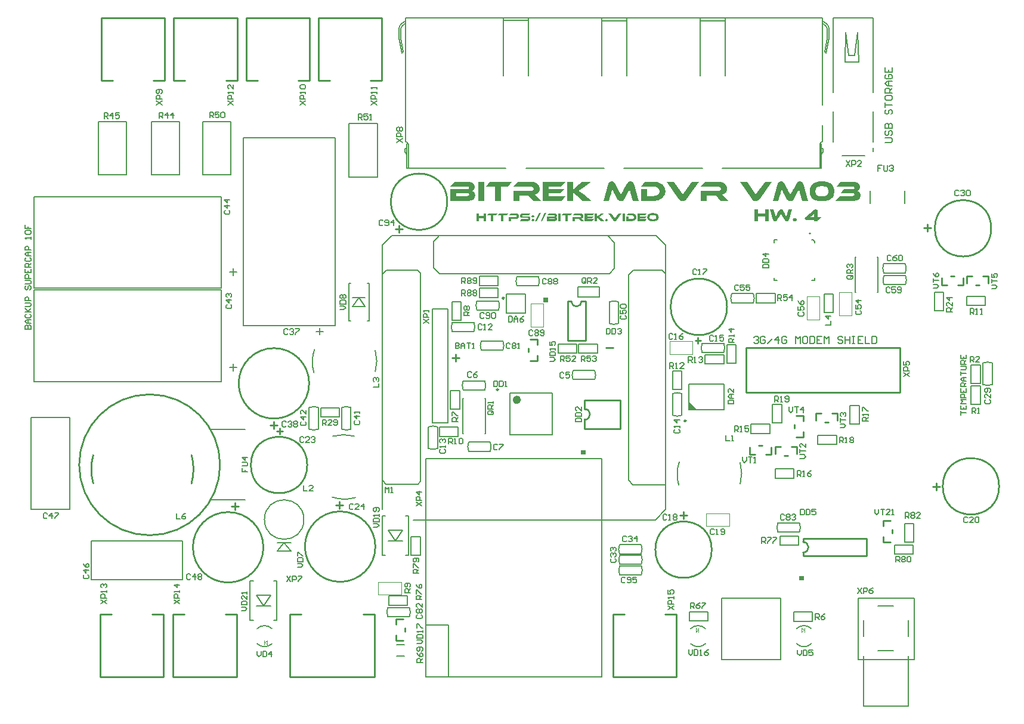
<source format=gto>
G04*
G04 #@! TF.GenerationSoftware,Altium Limited,Altium Designer,19.1.8 (144)*
G04*
G04 Layer_Color=65535*
%FSLAX24Y24*%
%MOIN*%
G70*
G01*
G75*
%ADD10C,0.0070*%
%ADD11C,0.0100*%
%ADD12C,0.0071*%
%ADD13C,0.0098*%
%ADD14C,0.0079*%
%ADD15C,0.0236*%
%ADD16C,0.0050*%
%ADD17C,0.0039*%
G36*
X39874Y4742D02*
Y4992D01*
X39624D01*
Y4742D01*
X39874D01*
D02*
G37*
G36*
X27679Y11770D02*
Y12020D01*
X27429D01*
Y11770D01*
X27679D01*
D02*
G37*
G36*
X25323Y20295D02*
X25573D01*
Y20545D01*
X25323D01*
Y20295D01*
D02*
G37*
G36*
X22127Y24823D02*
X21992D01*
Y24992D01*
X21730D01*
Y24823D01*
X21594D01*
Y25262D01*
X21730D01*
Y25106D01*
X21992D01*
Y25262D01*
X22127D01*
Y24823D01*
D02*
G37*
G36*
X28564Y25136D02*
X28564Y25135D01*
X28561Y25133D01*
X28556Y25130D01*
X28551Y25125D01*
X28545Y25121D01*
X28539Y25116D01*
X28526Y25106D01*
X28525Y25106D01*
X28523Y25104D01*
X28520Y25102D01*
X28516Y25099D01*
X28506Y25092D01*
X28496Y25085D01*
X28495Y25084D01*
X28494Y25083D01*
X28492Y25082D01*
X28488Y25079D01*
X28481Y25074D01*
X28472Y25069D01*
X28471D01*
X28470Y25067D01*
X28468Y25066D01*
X28465Y25064D01*
X28459Y25060D01*
X28451Y25055D01*
X28451Y25054D01*
X28454Y25052D01*
X28458Y25050D01*
X28464Y25046D01*
X28470Y25041D01*
X28478Y25035D01*
X28487Y25029D01*
X28497Y25022D01*
X28498Y25021D01*
X28502Y25018D01*
X28508Y25014D01*
X28516Y25008D01*
X28526Y25000D01*
X28537Y24990D01*
X28551Y24980D01*
X28567Y24967D01*
X28748Y24823D01*
X28543D01*
X28410Y24938D01*
X28408Y24939D01*
X28404Y24943D01*
X28398Y24948D01*
X28391Y24955D01*
X28382Y24962D01*
X28374Y24969D01*
X28365Y24977D01*
X28358Y24983D01*
X28357Y24984D01*
X28355Y24986D01*
X28352Y24989D01*
X28348Y24993D01*
X28338Y25002D01*
X28329Y25012D01*
Y25011D01*
Y25009D01*
Y25006D01*
X28330Y25002D01*
Y24997D01*
Y24992D01*
Y24980D01*
Y24980D01*
Y24977D01*
Y24974D01*
X28330Y24970D01*
Y24966D01*
Y24960D01*
Y24948D01*
Y24823D01*
X28194D01*
Y25262D01*
X28330D01*
Y25160D01*
Y25159D01*
Y25156D01*
Y25152D01*
Y25147D01*
Y25141D01*
Y25134D01*
X28330Y25120D01*
Y25119D01*
Y25116D01*
Y25112D01*
Y25108D01*
Y25102D01*
X28329Y25096D01*
X28328Y25083D01*
X28329Y25084D01*
X28330Y25085D01*
X28333Y25087D01*
X28337Y25091D01*
X28341Y25095D01*
X28347Y25101D01*
X28360Y25112D01*
X28360Y25113D01*
X28363Y25115D01*
X28367Y25119D01*
X28373Y25124D01*
X28380Y25130D01*
X28389Y25138D01*
X28398Y25146D01*
X28409Y25155D01*
X28535Y25262D01*
X28732D01*
X28564Y25136D01*
D02*
G37*
G36*
X24752Y25154D02*
X24759Y25152D01*
X24768Y25150D01*
X24777Y25147D01*
X24785Y25144D01*
X24793Y25138D01*
X24794Y25137D01*
X24797Y25135D01*
X24800Y25131D01*
X24804Y25125D01*
X24808Y25119D01*
X24812Y25111D01*
X24814Y25102D01*
X24814Y25091D01*
Y25090D01*
Y25086D01*
X24814Y25080D01*
X24812Y25074D01*
X24809Y25066D01*
X24806Y25058D01*
X24801Y25050D01*
X24793Y25043D01*
X24793Y25042D01*
X24790Y25041D01*
X24785Y25038D01*
X24779Y25035D01*
X24771Y25032D01*
X24762Y25029D01*
X24752Y25028D01*
X24741Y25027D01*
X24736D01*
X24730Y25028D01*
X24723Y25029D01*
X24715Y25031D01*
X24706Y25034D01*
X24696Y25038D01*
X24688Y25043D01*
X24688Y25044D01*
X24685Y25046D01*
X24682Y25050D01*
X24678Y25055D01*
X24674Y25062D01*
X24671Y25071D01*
X24668Y25080D01*
X24667Y25091D01*
Y25093D01*
Y25096D01*
X24669Y25101D01*
X24670Y25108D01*
X24672Y25116D01*
X24676Y25123D01*
X24681Y25131D01*
X24688Y25138D01*
X24689Y25138D01*
X24692Y25141D01*
X24696Y25143D01*
X24703Y25147D01*
X24710Y25149D01*
X24720Y25152D01*
X24730Y25154D01*
X24741Y25155D01*
X24746D01*
X24752Y25154D01*
D02*
G37*
G36*
X29411Y24864D02*
X29410Y24864D01*
X29408Y24861D01*
X29405Y24858D01*
X29401Y24853D01*
X29396Y24848D01*
X29390Y24843D01*
X29382Y24837D01*
X29375Y24831D01*
X29374Y24830D01*
X29371Y24829D01*
X29367Y24826D01*
X29361Y24824D01*
X29353Y24821D01*
X29344Y24818D01*
X29334Y24817D01*
X29323Y24816D01*
X29318D01*
X29312Y24817D01*
X29304Y24818D01*
X29296Y24819D01*
X29288Y24822D01*
X29279Y24825D01*
X29271Y24829D01*
X29270Y24830D01*
X29267Y24832D01*
X29264Y24835D01*
X29259Y24839D01*
X29253Y24844D01*
X29248Y24850D01*
X29242Y24857D01*
X29237Y24864D01*
X28961Y25262D01*
X29128D01*
X29326Y24970D01*
X29532Y25262D01*
X29691D01*
X29411Y24864D01*
D02*
G37*
G36*
X30271Y25261D02*
X30277D01*
X30283Y25260D01*
X30291Y25260D01*
X30308Y25258D01*
X30325Y25255D01*
X30344Y25251D01*
X30362Y25246D01*
X30363D01*
X30364Y25245D01*
X30367Y25244D01*
X30370Y25243D01*
X30375Y25241D01*
X30380Y25239D01*
X30391Y25234D01*
X30404Y25227D01*
X30418Y25220D01*
X30432Y25211D01*
X30446Y25201D01*
X30447D01*
X30447Y25200D01*
X30452Y25196D01*
X30458Y25190D01*
X30466Y25182D01*
X30474Y25172D01*
X30484Y25160D01*
X30493Y25147D01*
X30501Y25133D01*
Y25132D01*
X30501Y25131D01*
X30503Y25129D01*
X30504Y25126D01*
X30505Y25122D01*
X30507Y25118D01*
X30511Y25107D01*
X30514Y25094D01*
X30517Y25079D01*
X30520Y25063D01*
X30520Y25046D01*
Y25045D01*
Y25044D01*
Y25042D01*
Y25038D01*
X30520Y25034D01*
Y25028D01*
X30518Y25017D01*
X30515Y25004D01*
X30512Y24988D01*
X30507Y24973D01*
X30500Y24957D01*
Y24956D01*
X30499Y24956D01*
X30498Y24953D01*
X30496Y24950D01*
X30492Y24942D01*
X30486Y24933D01*
X30478Y24922D01*
X30469Y24910D01*
X30458Y24898D01*
X30445Y24886D01*
X30445D01*
X30444Y24885D01*
X30442Y24883D01*
X30439Y24881D01*
X30431Y24876D01*
X30422Y24869D01*
X30410Y24861D01*
X30395Y24854D01*
X30379Y24846D01*
X30361Y24840D01*
X30361D01*
X30359Y24839D01*
X30356Y24838D01*
X30353Y24837D01*
X30348Y24836D01*
X30343Y24834D01*
X30337Y24833D01*
X30330Y24832D01*
X30315Y24828D01*
X30297Y24826D01*
X30277Y24824D01*
X30256Y24823D01*
X29962D01*
Y25096D01*
X30098D01*
Y24935D01*
X30261D01*
X30266Y24936D01*
X30273D01*
X30281Y24937D01*
X30290Y24938D01*
X30308Y24942D01*
X30309Y24943D01*
X30313Y24944D01*
X30317Y24946D01*
X30322Y24948D01*
X30329Y24951D01*
X30336Y24955D01*
X30349Y24964D01*
X30350Y24965D01*
X30352Y24966D01*
X30355Y24969D01*
X30359Y24974D01*
X30364Y24978D01*
X30368Y24984D01*
X30372Y24990D01*
X30376Y24997D01*
X30377Y24998D01*
X30377Y25001D01*
X30379Y25004D01*
X30381Y25010D01*
X30383Y25016D01*
X30385Y25023D01*
X30385Y25031D01*
X30386Y25040D01*
Y25041D01*
Y25044D01*
X30385Y25049D01*
X30385Y25054D01*
X30384Y25060D01*
X30382Y25068D01*
X30380Y25076D01*
X30376Y25083D01*
X30375Y25084D01*
X30375Y25087D01*
X30372Y25090D01*
X30369Y25095D01*
X30365Y25100D01*
X30361Y25106D01*
X30355Y25112D01*
X30348Y25117D01*
X30348Y25117D01*
X30345Y25119D01*
X30342Y25122D01*
X30337Y25125D01*
X30331Y25128D01*
X30324Y25133D01*
X30316Y25136D01*
X30307Y25139D01*
X30306Y25140D01*
X30302Y25141D01*
X30298Y25142D01*
X30291Y25144D01*
X30284Y25145D01*
X30275Y25146D01*
X30266Y25147D01*
X29962D01*
X30049Y25262D01*
X30266D01*
X30271Y25261D01*
D02*
G37*
G36*
X31010Y25147D02*
X30725D01*
Y25095D01*
X31073D01*
X30995Y24995D01*
X30725D01*
Y24935D01*
X31099D01*
X31012Y24823D01*
X30589D01*
Y25262D01*
X31098D01*
X31010Y25147D01*
D02*
G37*
G36*
X29877Y24823D02*
X29742D01*
Y25262D01*
X29877D01*
Y24823D01*
D02*
G37*
G36*
X28059Y25147D02*
X27774D01*
Y25095D01*
X28122D01*
X28044Y24995D01*
X27774D01*
Y24935D01*
X28148D01*
X28061Y24823D01*
X27638D01*
Y25262D01*
X28147D01*
X28059Y25147D01*
D02*
G37*
G36*
X27359Y25261D02*
X27371Y25260D01*
X27384Y25259D01*
X27399Y25257D01*
X27413Y25254D01*
X27415D01*
X27417Y25254D01*
X27420Y25253D01*
X27428Y25251D01*
X27437Y25249D01*
X27449Y25246D01*
X27461Y25241D01*
X27474Y25236D01*
X27486Y25230D01*
X27487D01*
X27488Y25229D01*
X27492Y25227D01*
X27498Y25222D01*
X27505Y25217D01*
X27514Y25210D01*
X27523Y25202D01*
X27532Y25192D01*
X27540Y25182D01*
X27541Y25180D01*
X27544Y25176D01*
X27548Y25170D01*
X27551Y25161D01*
X27556Y25149D01*
X27558Y25136D01*
X27561Y25122D01*
X27562Y25105D01*
Y25103D01*
Y25101D01*
X27561Y25095D01*
Y25089D01*
X27560Y25082D01*
X27558Y25073D01*
X27557Y25064D01*
X27554Y25055D01*
Y25055D01*
X27553Y25052D01*
X27550Y25047D01*
X27548Y25042D01*
X27545Y25036D01*
X27541Y25028D01*
X27531Y25015D01*
X27530Y25014D01*
X27528Y25012D01*
X27525Y25008D01*
X27521Y25004D01*
X27515Y24999D01*
X27510Y24993D01*
X27502Y24988D01*
X27495Y24983D01*
X27494Y24982D01*
X27491Y24981D01*
X27487Y24979D01*
X27481Y24977D01*
X27474Y24974D01*
X27466Y24971D01*
X27456Y24968D01*
X27447Y24966D01*
X27448Y24965D01*
X27449Y24964D01*
X27451Y24962D01*
X27454Y24960D01*
X27462Y24953D01*
X27472Y24944D01*
X27472Y24943D01*
X27475Y24942D01*
X27478Y24939D01*
X27482Y24934D01*
X27487Y24929D01*
X27494Y24923D01*
X27501Y24916D01*
X27509Y24908D01*
X27589Y24823D01*
X27408D01*
X27310Y24939D01*
X27101D01*
Y24823D01*
X26965D01*
Y25047D01*
X27352D01*
X27358Y25047D01*
X27365Y25048D01*
X27374Y25050D01*
X27383Y25052D01*
X27392Y25055D01*
X27400Y25060D01*
X27401Y25060D01*
X27404Y25062D01*
X27408Y25065D01*
X27411Y25069D01*
X27416Y25074D01*
X27418Y25081D01*
X27421Y25088D01*
X27422Y25096D01*
Y25098D01*
Y25101D01*
X27421Y25105D01*
X27420Y25111D01*
X27417Y25117D01*
X27414Y25123D01*
X27409Y25129D01*
X27402Y25134D01*
X27402Y25135D01*
X27399Y25136D01*
X27394Y25138D01*
X27388Y25141D01*
X27381Y25143D01*
X27371Y25145D01*
X27359Y25147D01*
X27347Y25147D01*
X26965D01*
X27054Y25262D01*
X27350D01*
X27359Y25261D01*
D02*
G37*
G36*
X26837Y25147D02*
X26680D01*
Y24823D01*
X26544D01*
Y25147D01*
X26339D01*
X26426Y25262D01*
X26925D01*
X26837Y25147D01*
D02*
G37*
G36*
X26295Y24823D02*
X26159D01*
Y25262D01*
X26295D01*
Y24823D01*
D02*
G37*
G36*
X25921Y25261D02*
X25931D01*
X25942Y25260D01*
X25954Y25258D01*
X25966Y25257D01*
X25978Y25254D01*
X25979D01*
X25983Y25252D01*
X25990Y25251D01*
X25997Y25248D01*
X26006Y25245D01*
X26014Y25241D01*
X26024Y25236D01*
X26033Y25231D01*
X26033Y25230D01*
X26036Y25228D01*
X26041Y25225D01*
X26046Y25221D01*
X26051Y25215D01*
X26057Y25208D01*
X26063Y25201D01*
X26068Y25193D01*
X26068Y25192D01*
X26070Y25190D01*
X26071Y25184D01*
X26074Y25178D01*
X26076Y25171D01*
X26078Y25161D01*
X26079Y25151D01*
X26080Y25140D01*
Y25139D01*
Y25136D01*
Y25133D01*
X26079Y25128D01*
X26078Y25117D01*
X26074Y25105D01*
Y25104D01*
X26073Y25103D01*
X26072Y25100D01*
X26071Y25096D01*
X26066Y25087D01*
X26061Y25079D01*
Y25078D01*
X26060Y25077D01*
X26056Y25072D01*
X26049Y25066D01*
X26042Y25060D01*
X26041D01*
X26040Y25058D01*
X26038Y25058D01*
X26036Y25055D01*
X26028Y25052D01*
X26020Y25048D01*
X26022Y25047D01*
X26025Y25047D01*
X26030Y25044D01*
X26037Y25041D01*
X26044Y25036D01*
X26052Y25031D01*
X26060Y25023D01*
X26068Y25015D01*
X26069Y25013D01*
X26071Y25010D01*
X26075Y25004D01*
X26079Y24997D01*
X26082Y24988D01*
X26086Y24977D01*
X26088Y24964D01*
X26089Y24950D01*
Y24949D01*
Y24946D01*
X26088Y24940D01*
Y24934D01*
X26087Y24926D01*
X26085Y24917D01*
X26083Y24908D01*
X26080Y24899D01*
Y24899D01*
X26079Y24896D01*
X26076Y24891D01*
X26073Y24886D01*
X26070Y24880D01*
X26065Y24872D01*
X26059Y24866D01*
X26052Y24859D01*
X26051Y24859D01*
X26048Y24856D01*
X26044Y24853D01*
X26037Y24850D01*
X26029Y24845D01*
X26020Y24841D01*
X26009Y24837D01*
X25997Y24832D01*
X25996D01*
X25995Y24832D01*
X25993D01*
X25991Y24831D01*
X25983Y24829D01*
X25974Y24828D01*
X25960Y24826D01*
X25946Y24824D01*
X25929Y24824D01*
X25910Y24823D01*
X25525D01*
Y25090D01*
X25918D01*
X25922Y25090D01*
X25931Y25092D01*
X25939Y25095D01*
X25940D01*
X25942Y25097D01*
X25943Y25098D01*
X25945Y25101D01*
X25947Y25104D01*
X25950Y25108D01*
X25950Y25113D01*
X25951Y25119D01*
Y25120D01*
Y25122D01*
X25950Y25125D01*
X25950Y25128D01*
X25948Y25132D01*
X25946Y25136D01*
X25943Y25138D01*
X25939Y25141D01*
X25939D01*
X25937Y25142D01*
X25935Y25144D01*
X25932Y25144D01*
X25923Y25147D01*
X25913Y25147D01*
X25525D01*
X25616Y25262D01*
X25914D01*
X25921Y25261D01*
D02*
G37*
G36*
X24504Y25147D02*
X24192D01*
X24187Y25147D01*
X24174Y25144D01*
X24169Y25143D01*
X24164Y25141D01*
X24163D01*
X24163Y25139D01*
X24161Y25138D01*
X24159Y25136D01*
X24157Y25132D01*
X24155Y25128D01*
X24154Y25123D01*
X24153Y25117D01*
Y25117D01*
Y25114D01*
X24154Y25112D01*
X24155Y25108D01*
X24156Y25103D01*
X24158Y25100D01*
X24161Y25095D01*
X24164Y25093D01*
X24165D01*
X24166Y25092D01*
X24169Y25090D01*
X24173Y25090D01*
X24178Y25088D01*
X24184Y25087D01*
X24191Y25086D01*
X24446D01*
X24451Y25085D01*
X24459D01*
X24466Y25085D01*
X24475Y25084D01*
X24484Y25082D01*
X24504Y25079D01*
X24524Y25074D01*
X24543Y25066D01*
X24553Y25061D01*
X24561Y25056D01*
X24562D01*
X24563Y25055D01*
X24564Y25053D01*
X24567Y25050D01*
X24574Y25044D01*
X24582Y25034D01*
X24590Y25021D01*
X24597Y25006D01*
X24599Y24997D01*
X24602Y24988D01*
X24602Y24977D01*
X24603Y24966D01*
Y24965D01*
Y24961D01*
X24602Y24955D01*
X24602Y24946D01*
X24600Y24937D01*
X24599Y24927D01*
X24596Y24916D01*
X24592Y24906D01*
X24591Y24904D01*
X24590Y24902D01*
X24588Y24896D01*
X24584Y24890D01*
X24580Y24883D01*
X24574Y24875D01*
X24567Y24868D01*
X24559Y24861D01*
X24558Y24860D01*
X24554Y24858D01*
X24550Y24854D01*
X24543Y24851D01*
X24535Y24846D01*
X24524Y24841D01*
X24513Y24837D01*
X24500Y24832D01*
X24500D01*
X24499Y24832D01*
X24497D01*
X24494Y24831D01*
X24486Y24829D01*
X24476Y24828D01*
X24464Y24826D01*
X24449Y24824D01*
X24433Y24824D01*
X24415Y24823D01*
X24006D01*
X24093Y24935D01*
X24430D01*
X24434Y24936D01*
X24439D01*
X24451Y24938D01*
X24457Y24940D01*
X24461Y24942D01*
X24462Y24943D01*
X24462Y24944D01*
X24465Y24946D01*
X24467Y24948D01*
X24468Y24952D01*
X24470Y24956D01*
X24471Y24961D01*
X24472Y24967D01*
Y24968D01*
Y24970D01*
X24471Y24973D01*
X24470Y24977D01*
X24469Y24981D01*
X24467Y24985D01*
X24465Y24989D01*
X24461Y24992D01*
X24460D01*
X24459Y24993D01*
X24456Y24994D01*
X24452Y24996D01*
X24447Y24997D01*
X24441Y24998D01*
X24434Y24999D01*
X24180D01*
X24172Y25000D01*
X24161Y25001D01*
X24150Y25001D01*
X24138Y25003D01*
X24125Y25005D01*
X24113Y25008D01*
X24112Y25009D01*
X24108Y25009D01*
X24102Y25012D01*
X24096Y25015D01*
X24087Y25018D01*
X24079Y25023D01*
X24070Y25028D01*
X24062Y25034D01*
X24061Y25034D01*
X24059Y25036D01*
X24055Y25040D01*
X24050Y25045D01*
X24045Y25051D01*
X24041Y25058D01*
X24036Y25065D01*
X24032Y25074D01*
X24031Y25074D01*
X24030Y25078D01*
X24029Y25082D01*
X24027Y25089D01*
X24025Y25096D01*
X24024Y25105D01*
X24023Y25114D01*
X24022Y25125D01*
Y25125D01*
Y25126D01*
Y25130D01*
X24023Y25136D01*
X24024Y25144D01*
X24024Y25152D01*
X24026Y25162D01*
X24029Y25171D01*
X24032Y25181D01*
X24033Y25182D01*
X24034Y25185D01*
X24037Y25190D01*
X24040Y25196D01*
X24045Y25203D01*
X24051Y25210D01*
X24058Y25217D01*
X24066Y25224D01*
X24067Y25225D01*
X24070Y25227D01*
X24075Y25230D01*
X24082Y25234D01*
X24091Y25238D01*
X24101Y25243D01*
X24112Y25248D01*
X24125Y25251D01*
X24126D01*
X24126Y25252D01*
X24128D01*
X24131Y25253D01*
X24139Y25254D01*
X24149Y25257D01*
X24161Y25259D01*
X24176Y25260D01*
X24192Y25261D01*
X24210Y25262D01*
X24591D01*
X24504Y25147D01*
D02*
G37*
G36*
X23766Y25261D02*
X23779Y25260D01*
X23792Y25259D01*
X23808Y25257D01*
X23824Y25254D01*
X23839Y25249D01*
X23840D01*
X23841Y25249D01*
X23843Y25248D01*
X23846Y25247D01*
X23853Y25244D01*
X23862Y25241D01*
X23873Y25235D01*
X23884Y25230D01*
X23895Y25223D01*
X23906Y25215D01*
X23908Y25214D01*
X23911Y25211D01*
X23916Y25207D01*
X23922Y25200D01*
X23929Y25193D01*
X23936Y25184D01*
X23943Y25174D01*
X23948Y25163D01*
X23949Y25162D01*
X23951Y25158D01*
X23953Y25152D01*
X23956Y25144D01*
X23959Y25134D01*
X23961Y25122D01*
X23962Y25110D01*
X23963Y25097D01*
Y25096D01*
Y25095D01*
Y25093D01*
Y25090D01*
X23962Y25084D01*
X23962Y25074D01*
X23959Y25064D01*
X23957Y25053D01*
X23954Y25042D01*
X23948Y25030D01*
X23948Y25028D01*
X23946Y25025D01*
X23943Y25020D01*
X23937Y25012D01*
X23932Y25004D01*
X23924Y24996D01*
X23916Y24987D01*
X23906Y24979D01*
X23905Y24978D01*
X23901Y24975D01*
X23895Y24972D01*
X23887Y24967D01*
X23878Y24962D01*
X23866Y24956D01*
X23853Y24951D01*
X23838Y24946D01*
X23838D01*
X23837Y24945D01*
X23834D01*
X23831Y24945D01*
X23827Y24943D01*
X23823Y24942D01*
X23812Y24940D01*
X23798Y24938D01*
X23783Y24937D01*
X23766Y24935D01*
X23747Y24934D01*
X23518D01*
Y24823D01*
X23382D01*
Y25047D01*
X23765D01*
X23771Y25047D01*
X23779Y25048D01*
X23786Y25050D01*
X23794Y25052D01*
X23802Y25056D01*
X23809Y25060D01*
X23810Y25061D01*
X23812Y25063D01*
X23815Y25066D01*
X23818Y25071D01*
X23821Y25076D01*
X23824Y25082D01*
X23826Y25090D01*
X23827Y25098D01*
Y25098D01*
Y25101D01*
X23826Y25106D01*
X23825Y25111D01*
X23822Y25117D01*
X23819Y25122D01*
X23815Y25128D01*
X23809Y25133D01*
X23808Y25134D01*
X23806Y25136D01*
X23802Y25138D01*
X23797Y25141D01*
X23790Y25143D01*
X23781Y25145D01*
X23771Y25147D01*
X23760Y25147D01*
X23382D01*
X23472Y25262D01*
X23761D01*
X23766Y25261D01*
D02*
G37*
G36*
X23254Y25147D02*
X23097D01*
Y24823D01*
X22961D01*
Y25147D01*
X22756D01*
X22843Y25262D01*
X23342D01*
X23254Y25147D01*
D02*
G37*
G36*
X22668D02*
X22510D01*
Y24823D01*
X22375D01*
Y25147D01*
X22169D01*
X22256Y25262D01*
X22755D01*
X22668Y25147D01*
D02*
G37*
G36*
X31478Y25268D02*
X31491Y25268D01*
X31507Y25266D01*
X31524Y25265D01*
X31542Y25262D01*
X31561Y25260D01*
X31581Y25256D01*
X31601Y25251D01*
X31621Y25246D01*
X31641Y25240D01*
X31659Y25233D01*
X31677Y25224D01*
X31693Y25214D01*
X31693Y25214D01*
X31696Y25211D01*
X31700Y25208D01*
X31705Y25204D01*
X31712Y25198D01*
X31718Y25191D01*
X31725Y25182D01*
X31733Y25172D01*
X31741Y25161D01*
X31748Y25148D01*
X31755Y25134D01*
X31761Y25119D01*
X31766Y25102D01*
X31770Y25083D01*
X31773Y25063D01*
X31774Y25042D01*
Y25041D01*
Y25037D01*
X31773Y25031D01*
X31772Y25023D01*
X31771Y25013D01*
X31769Y25002D01*
X31767Y24990D01*
X31763Y24977D01*
X31759Y24963D01*
X31754Y24948D01*
X31747Y24934D01*
X31740Y24920D01*
X31730Y24906D01*
X31720Y24893D01*
X31707Y24881D01*
X31693Y24870D01*
X31693Y24869D01*
X31690Y24868D01*
X31685Y24865D01*
X31678Y24861D01*
X31670Y24858D01*
X31660Y24853D01*
X31647Y24848D01*
X31633Y24843D01*
X31617Y24838D01*
X31599Y24833D01*
X31580Y24829D01*
X31558Y24825D01*
X31534Y24821D01*
X31509Y24818D01*
X31481Y24817D01*
X31452Y24816D01*
X31441D01*
X31437Y24817D01*
X31426D01*
X31412Y24818D01*
X31397Y24819D01*
X31380Y24821D01*
X31362Y24823D01*
X31342Y24826D01*
X31322Y24829D01*
X31303Y24834D01*
X31282Y24839D01*
X31262Y24845D01*
X31244Y24853D01*
X31227Y24861D01*
X31211Y24870D01*
X31210Y24871D01*
X31207Y24873D01*
X31203Y24876D01*
X31198Y24880D01*
X31193Y24886D01*
X31186Y24894D01*
X31179Y24902D01*
X31171Y24912D01*
X31163Y24923D01*
X31157Y24936D01*
X31149Y24950D01*
X31144Y24966D01*
X31139Y24982D01*
X31135Y25001D01*
X31132Y25021D01*
X31131Y25042D01*
Y25044D01*
Y25047D01*
X31132Y25053D01*
X31133Y25061D01*
X31133Y25071D01*
X31136Y25082D01*
X31138Y25095D01*
X31141Y25108D01*
X31146Y25122D01*
X31151Y25136D01*
X31158Y25150D01*
X31165Y25165D01*
X31174Y25178D01*
X31185Y25191D01*
X31198Y25203D01*
X31211Y25214D01*
X31212Y25215D01*
X31215Y25216D01*
X31220Y25219D01*
X31227Y25223D01*
X31235Y25227D01*
X31245Y25232D01*
X31257Y25237D01*
X31272Y25242D01*
X31287Y25247D01*
X31305Y25251D01*
X31325Y25257D01*
X31347Y25260D01*
X31370Y25264D01*
X31396Y25267D01*
X31423Y25268D01*
X31452Y25269D01*
X31467D01*
X31478Y25268D01*
D02*
G37*
G36*
X28863Y24942D02*
X28871Y24940D01*
X28879Y24938D01*
X28888Y24935D01*
X28897Y24931D01*
X28905Y24926D01*
X28906Y24925D01*
X28909Y24923D01*
X28912Y24919D01*
X28916Y24913D01*
X28920Y24907D01*
X28923Y24899D01*
X28926Y24889D01*
X28927Y24878D01*
Y24877D01*
Y24873D01*
X28925Y24868D01*
X28924Y24861D01*
X28922Y24854D01*
X28917Y24846D01*
X28912Y24839D01*
X28905Y24832D01*
X28904Y24832D01*
X28901Y24830D01*
X28897Y24827D01*
X28890Y24824D01*
X28883Y24821D01*
X28874Y24818D01*
X28863Y24817D01*
X28852Y24816D01*
X28847D01*
X28841Y24817D01*
X28834Y24818D01*
X28826Y24820D01*
X28817Y24823D01*
X28809Y24827D01*
X28800Y24832D01*
X28799Y24833D01*
X28797Y24835D01*
X28793Y24839D01*
X28790Y24844D01*
X28785Y24851D01*
X28782Y24859D01*
X28780Y24868D01*
X28779Y24878D01*
Y24880D01*
Y24883D01*
X28780Y24889D01*
X28782Y24896D01*
X28784Y24903D01*
X28788Y24911D01*
X28793Y24919D01*
X28800Y24926D01*
X28801Y24926D01*
X28804Y24929D01*
X28809Y24931D01*
X28814Y24934D01*
X28823Y24937D01*
X28831Y24939D01*
X28841Y24942D01*
X28852Y24942D01*
X28858D01*
X28863Y24942D01*
D02*
G37*
G36*
X24752D02*
X24759Y24940D01*
X24768Y24938D01*
X24777Y24935D01*
X24785Y24931D01*
X24793Y24926D01*
X24794Y24925D01*
X24797Y24923D01*
X24800Y24919D01*
X24804Y24913D01*
X24808Y24907D01*
X24812Y24899D01*
X24814Y24889D01*
X24814Y24878D01*
Y24877D01*
Y24873D01*
X24814Y24868D01*
X24812Y24861D01*
X24809Y24854D01*
X24806Y24846D01*
X24801Y24839D01*
X24793Y24832D01*
X24793Y24832D01*
X24790Y24830D01*
X24785Y24827D01*
X24779Y24824D01*
X24771Y24821D01*
X24762Y24818D01*
X24752Y24817D01*
X24741Y24816D01*
X24736D01*
X24730Y24817D01*
X24723Y24818D01*
X24715Y24820D01*
X24706Y24823D01*
X24696Y24827D01*
X24688Y24832D01*
X24688Y24833D01*
X24685Y24835D01*
X24682Y24839D01*
X24678Y24844D01*
X24674Y24851D01*
X24671Y24859D01*
X24668Y24868D01*
X24667Y24878D01*
Y24880D01*
Y24883D01*
X24669Y24889D01*
X24670Y24896D01*
X24672Y24903D01*
X24676Y24911D01*
X24681Y24919D01*
X24688Y24926D01*
X24689Y24926D01*
X24692Y24929D01*
X24696Y24931D01*
X24703Y24934D01*
X24710Y24937D01*
X24720Y24939D01*
X24730Y24942D01*
X24741Y24942D01*
X24746D01*
X24752Y24942D01*
D02*
G37*
G36*
X25258Y24798D02*
X25174D01*
X25404Y25286D01*
X25483D01*
X25258Y24798D01*
D02*
G37*
G36*
X24949D02*
X24864D01*
X25094Y25286D01*
X25173D01*
X24949Y24798D01*
D02*
G37*
G36*
X37924Y24813D02*
X37722D01*
Y25067D01*
X37329D01*
Y24813D01*
X37125D01*
Y25471D01*
X37329D01*
Y25237D01*
X37722D01*
Y25471D01*
X37924D01*
Y24813D01*
D02*
G37*
G36*
X38629Y25481D02*
X38641Y25479D01*
X38643D01*
X38651Y25476D01*
X38659Y25473D01*
X38670Y25469D01*
X38671D01*
X38673Y25468D01*
X38680Y25463D01*
X38689Y25457D01*
X38699Y25447D01*
X38700Y25446D01*
X38701Y25445D01*
X38703Y25441D01*
X38708Y25437D01*
X38711Y25432D01*
X38715Y25424D01*
X38721Y25416D01*
X38725Y25408D01*
X38812Y25241D01*
X38814Y25240D01*
X38816Y25236D01*
X38819Y25229D01*
X38823Y25221D01*
X38829Y25211D01*
X38833Y25201D01*
X38844Y25180D01*
X38845Y25179D01*
X38846Y25176D01*
X38850Y25171D01*
X38853Y25165D01*
X38861Y25150D01*
X38869Y25133D01*
Y25132D01*
X38872Y25130D01*
X38874Y25126D01*
X38876Y25121D01*
X38881Y25108D01*
X38888Y25095D01*
Y25094D01*
X38889Y25092D01*
X38891Y25088D01*
X38893Y25084D01*
X38899Y25073D01*
X38904Y25060D01*
Y25062D01*
X38905Y25067D01*
X38908Y25075D01*
X38910Y25085D01*
X38912Y25097D01*
X38915Y25111D01*
X38918Y25127D01*
X38923Y25143D01*
X38924Y25145D01*
X38925Y25151D01*
X38927Y25159D01*
X38931Y25171D01*
X38935Y25187D01*
X38939Y25203D01*
X38945Y25222D01*
X38950Y25241D01*
X39011Y25471D01*
X39210D01*
X39040Y24892D01*
X39039Y24890D01*
X39038Y24884D01*
X39034Y24876D01*
X39029Y24867D01*
X39023Y24855D01*
X39016Y24844D01*
X39006Y24833D01*
X38995Y24824D01*
X38994Y24823D01*
X38990Y24821D01*
X38983Y24817D01*
X38975Y24814D01*
X38964Y24810D01*
X38953Y24806D01*
X38940Y24804D01*
X38926Y24803D01*
X38920D01*
X38912Y24804D01*
X38903Y24805D01*
X38892Y24808D01*
X38881Y24811D01*
X38870Y24815D01*
X38859Y24821D01*
X38858Y24822D01*
X38855Y24824D01*
X38850Y24828D01*
X38844Y24834D01*
X38837Y24841D01*
X38829Y24850D01*
X38821Y24860D01*
X38814Y24872D01*
X38709Y25058D01*
X38708Y25060D01*
X38705Y25064D01*
X38701Y25071D01*
X38696Y25081D01*
X38690Y25091D01*
X38684Y25103D01*
X38671Y25124D01*
X38670Y25126D01*
X38669Y25130D01*
X38666Y25135D01*
X38663Y25142D01*
X38653Y25159D01*
X38643Y25177D01*
X38642Y25178D01*
X38641Y25181D01*
X38639Y25186D01*
X38635Y25191D01*
X38628Y25204D01*
X38620Y25218D01*
Y25220D01*
X38619Y25222D01*
X38617Y25225D01*
X38615Y25231D01*
X38609Y25243D01*
X38603Y25256D01*
Y25255D01*
X38602Y25252D01*
X38599Y25249D01*
X38597Y25244D01*
X38592Y25233D01*
X38585Y25218D01*
Y25217D01*
X38584Y25215D01*
X38582Y25212D01*
X38580Y25206D01*
X38572Y25193D01*
X38563Y25177D01*
Y25176D01*
X38561Y25173D01*
X38559Y25168D01*
X38556Y25162D01*
X38551Y25154D01*
X38546Y25145D01*
X38535Y25126D01*
X38534Y25124D01*
X38533Y25120D01*
X38529Y25115D01*
X38525Y25107D01*
X38520Y25097D01*
X38513Y25085D01*
X38506Y25073D01*
X38499Y25059D01*
X38393Y24872D01*
X38392Y24871D01*
X38389Y24867D01*
X38386Y24861D01*
X38381Y24853D01*
X38374Y24846D01*
X38367Y24837D01*
X38358Y24829D01*
X38348Y24822D01*
X38347Y24821D01*
X38344Y24818D01*
X38337Y24816D01*
X38329Y24813D01*
X38321Y24809D01*
X38309Y24806D01*
X38295Y24804D01*
X38281Y24803D01*
X38275D01*
X38267Y24804D01*
X38258Y24805D01*
X38247Y24809D01*
X38235Y24812D01*
X38223Y24817D01*
X38211Y24824D01*
X38210Y24825D01*
X38206Y24828D01*
X38200Y24834D01*
X38194Y24840D01*
X38187Y24850D01*
X38180Y24862D01*
X38173Y24875D01*
X38167Y24892D01*
X37999Y25471D01*
X38204D01*
X38265Y25241D01*
Y25240D01*
X38266Y25239D01*
Y25236D01*
X38268Y25232D01*
X38270Y25222D01*
X38275Y25209D01*
X38278Y25193D01*
X38282Y25177D01*
X38287Y25159D01*
X38291Y25143D01*
Y25141D01*
X38293Y25135D01*
X38295Y25128D01*
X38298Y25117D01*
X38301Y25104D01*
X38303Y25091D01*
X38310Y25060D01*
X38311Y25061D01*
X38313Y25067D01*
X38315Y25073D01*
X38320Y25083D01*
X38325Y25094D01*
X38332Y25107D01*
X38338Y25121D01*
X38346Y25137D01*
X38347Y25139D01*
X38350Y25144D01*
X38355Y25153D01*
X38361Y25165D01*
X38369Y25180D01*
X38379Y25199D01*
X38389Y25220D01*
X38402Y25243D01*
X38490Y25408D01*
X38491Y25409D01*
X38492Y25412D01*
X38494Y25416D01*
X38498Y25422D01*
X38506Y25435D01*
X38515Y25447D01*
X38516Y25448D01*
X38517Y25449D01*
X38524Y25455D01*
X38533Y25462D01*
X38543Y25469D01*
X38544D01*
X38545Y25470D01*
X38552Y25473D01*
X38562Y25476D01*
X38573Y25479D01*
X38574D01*
X38575Y25480D01*
X38579D01*
X38583Y25481D01*
X38594Y25482D01*
X38618D01*
X38629Y25481D01*
D02*
G37*
G36*
X40559D02*
X40572Y25479D01*
X40588Y25474D01*
X40589D01*
X40591Y25473D01*
X40595Y25471D01*
X40600Y25469D01*
X40612Y25462D01*
X40624Y25452D01*
X40625Y25451D01*
X40626Y25450D01*
X40629Y25447D01*
X40632Y25443D01*
X40637Y25437D01*
X40640Y25431D01*
X40648Y25414D01*
Y25413D01*
X40649Y25410D01*
X40651Y25405D01*
X40653Y25399D01*
X40654Y25390D01*
X40656Y25381D01*
X40657Y25370D01*
Y25358D01*
Y25052D01*
X40845D01*
X40726Y24892D01*
X40657D01*
Y24813D01*
X40463D01*
Y24892D01*
X40026D01*
X40020Y24893D01*
X40007Y24895D01*
X39993Y24898D01*
X39992D01*
X39990Y24899D01*
X39986Y24902D01*
X39983Y24904D01*
X39972Y24910D01*
X39962Y24918D01*
Y24919D01*
X39960Y24920D01*
X39955Y24927D01*
X39948Y24935D01*
X39943Y24946D01*
Y24947D01*
X39942Y24949D01*
X39940Y24952D01*
X39939Y24956D01*
X39937Y24967D01*
X39936Y24980D01*
Y24981D01*
Y24983D01*
X39937Y24988D01*
Y24992D01*
X39940Y25005D01*
X39946Y25021D01*
Y25022D01*
X39948Y25024D01*
X39950Y25028D01*
X39954Y25034D01*
X39963Y25046D01*
X39970Y25053D01*
X39978Y25060D01*
X40453Y25446D01*
X40454Y25447D01*
X40457Y25449D01*
X40462Y25452D01*
X40468Y25457D01*
X40476Y25461D01*
X40485Y25466D01*
X40494Y25470D01*
X40502Y25473D01*
X40503D01*
X40507Y25474D01*
X40511Y25476D01*
X40518Y25478D01*
X40532Y25481D01*
X40546Y25482D01*
X40554D01*
X40559Y25481D01*
D02*
G37*
G36*
X39394Y24991D02*
X39405Y24989D01*
X39418Y24986D01*
X39431Y24981D01*
X39444Y24976D01*
X39456Y24967D01*
X39457Y24966D01*
X39462Y24963D01*
X39467Y24957D01*
X39473Y24949D01*
X39479Y24939D01*
X39484Y24927D01*
X39488Y24912D01*
X39489Y24896D01*
Y24894D01*
Y24888D01*
X39487Y24881D01*
X39485Y24871D01*
X39481Y24860D01*
X39475Y24848D01*
X39467Y24837D01*
X39456Y24827D01*
X39455Y24826D01*
X39451Y24824D01*
X39444Y24820D01*
X39434Y24815D01*
X39423Y24811D01*
X39409Y24806D01*
X39394Y24804D01*
X39378Y24803D01*
X39370D01*
X39361Y24804D01*
X39350Y24806D01*
X39338Y24809D01*
X39325Y24813D01*
X39312Y24820D01*
X39299Y24827D01*
X39298Y24828D01*
X39295Y24832D01*
X39289Y24837D01*
X39284Y24845D01*
X39277Y24855D01*
X39273Y24867D01*
X39268Y24881D01*
X39267Y24896D01*
Y24898D01*
Y24904D01*
X39269Y24912D01*
X39272Y24922D01*
X39275Y24933D01*
X39280Y24945D01*
X39288Y24957D01*
X39299Y24967D01*
X39300Y24968D01*
X39304Y24971D01*
X39312Y24975D01*
X39321Y24980D01*
X39333Y24985D01*
X39346Y24988D01*
X39361Y24991D01*
X39378Y24992D01*
X39385D01*
X39394Y24991D01*
D02*
G37*
G36*
X27574Y26721D02*
X27572Y26719D01*
X27565Y26714D01*
X27554Y26707D01*
X27542Y26696D01*
X27527Y26685D01*
X27511Y26673D01*
X27479Y26649D01*
X27477Y26648D01*
X27472Y26644D01*
X27465Y26639D01*
X27454Y26632D01*
X27431Y26614D01*
X27406Y26596D01*
X27404Y26594D01*
X27401Y26592D01*
X27395Y26589D01*
X27386Y26583D01*
X27368Y26571D01*
X27347Y26557D01*
X27345D01*
X27343Y26553D01*
X27338Y26549D01*
X27331Y26546D01*
X27315Y26535D01*
X27295Y26523D01*
X27297Y26521D01*
X27304Y26517D01*
X27313Y26510D01*
X27327Y26501D01*
X27343Y26489D01*
X27363Y26474D01*
X27384Y26460D01*
X27408Y26442D01*
X27411Y26441D01*
X27420Y26433D01*
X27434Y26423D01*
X27454Y26408D01*
X27479Y26389D01*
X27508Y26365D01*
X27542Y26339D01*
X27579Y26308D01*
X28024Y25955D01*
X27520D01*
X27195Y26237D01*
X27192Y26240D01*
X27181Y26249D01*
X27167Y26262D01*
X27149Y26278D01*
X27127Y26296D01*
X27108Y26314D01*
X27086Y26332D01*
X27068Y26348D01*
X27067Y26349D01*
X27061Y26355D01*
X27052Y26362D01*
X27043Y26373D01*
X27020Y26394D01*
X26997Y26417D01*
Y26416D01*
Y26410D01*
Y26403D01*
X26999Y26394D01*
Y26382D01*
Y26369D01*
Y26340D01*
Y26339D01*
Y26333D01*
Y26326D01*
X27000Y26316D01*
Y26305D01*
Y26290D01*
Y26262D01*
Y25955D01*
X26667D01*
Y27030D01*
X27000D01*
Y26780D01*
Y26778D01*
Y26771D01*
Y26762D01*
Y26749D01*
Y26733D01*
Y26717D01*
X26999Y26682D01*
Y26680D01*
Y26673D01*
Y26664D01*
Y26653D01*
Y26639D01*
X26997Y26624D01*
X26995Y26592D01*
X26997Y26594D01*
X27000Y26598D01*
X27008Y26603D01*
X27017Y26612D01*
X27027Y26623D01*
X27042Y26635D01*
X27072Y26664D01*
X27074Y26666D01*
X27081Y26671D01*
X27090Y26680D01*
X27104Y26692D01*
X27122Y26708D01*
X27143Y26726D01*
X27167Y26746D01*
X27193Y26767D01*
X27502Y27030D01*
X27985D01*
X27574Y26721D01*
D02*
G37*
G36*
X37411Y26057D02*
X37409Y26055D01*
X37404Y26049D01*
X37397Y26040D01*
X37386Y26030D01*
X37374Y26015D01*
X37359Y26003D01*
X37341Y25989D01*
X37324Y25974D01*
X37322Y25973D01*
X37315Y25969D01*
X37304Y25964D01*
X37290Y25957D01*
X37270Y25949D01*
X37249Y25944D01*
X37224Y25940D01*
X37195Y25939D01*
X37182D01*
X37168Y25940D01*
X37150Y25942D01*
X37131Y25946D01*
X37109Y25953D01*
X37088Y25960D01*
X37068Y25971D01*
X37066Y25973D01*
X37059Y25976D01*
X37050Y25985D01*
X37040Y25994D01*
X37025Y26007D01*
X37011Y26021D01*
X36999Y26039D01*
X36984Y26057D01*
X36309Y27030D01*
X36718D01*
X37202Y26316D01*
X37708Y27030D01*
X38099D01*
X37411Y26057D01*
D02*
G37*
G36*
X33326D02*
X33325Y26055D01*
X33319Y26049D01*
X33312Y26040D01*
X33301Y26030D01*
X33289Y26015D01*
X33275Y26003D01*
X33257Y25989D01*
X33239Y25974D01*
X33237Y25973D01*
X33230Y25969D01*
X33219Y25964D01*
X33205Y25957D01*
X33185Y25949D01*
X33164Y25944D01*
X33139Y25940D01*
X33110Y25939D01*
X33098D01*
X33084Y25940D01*
X33066Y25942D01*
X33046Y25946D01*
X33025Y25953D01*
X33003Y25960D01*
X32984Y25971D01*
X32982Y25973D01*
X32975Y25976D01*
X32966Y25985D01*
X32955Y25994D01*
X32941Y26007D01*
X32926Y26021D01*
X32914Y26039D01*
X32900Y26057D01*
X32225Y27030D01*
X32634D01*
X33118Y26316D01*
X33623Y27030D01*
X34014D01*
X33326Y26057D01*
D02*
G37*
G36*
X39683Y27046D02*
X39699Y27042D01*
X39715Y27039D01*
X39735Y27032D01*
X39754Y27023D01*
X39774Y27010D01*
X39776Y27008D01*
X39783Y27003D01*
X39792Y26994D01*
X39803Y26983D01*
X39813Y26967D01*
X39826Y26948D01*
X39838Y26926D01*
X39847Y26900D01*
X40119Y25955D01*
X39788D01*
X39686Y26328D01*
Y26330D01*
X39685Y26332D01*
Y26337D01*
X39683Y26344D01*
X39678Y26360D01*
X39670Y26383D01*
X39663Y26408D01*
X39656Y26435D01*
X39649Y26462D01*
X39642Y26489D01*
Y26492D01*
X39640Y26501D01*
X39636Y26514D01*
X39633Y26532D01*
X39627Y26553D01*
X39622Y26576D01*
X39611Y26624D01*
X39610Y26623D01*
X39606Y26614D01*
X39601Y26603D01*
X39594Y26587D01*
X39585Y26569D01*
X39574Y26548D01*
X39563Y26524D01*
X39551Y26499D01*
X39549Y26496D01*
X39545Y26487D01*
X39536Y26473D01*
X39527Y26453D01*
X39515Y26428D01*
X39499Y26398D01*
X39483Y26364D01*
X39463Y26326D01*
X39319Y26057D01*
X39317Y26055D01*
X39315Y26049D01*
X39311Y26042D01*
X39306Y26033D01*
X39292Y26014D01*
X39276Y25994D01*
X39274Y25992D01*
X39272Y25990D01*
X39261Y25982D01*
X39247Y25969D01*
X39231Y25958D01*
X39229D01*
X39227Y25957D01*
X39217Y25951D01*
X39202Y25946D01*
X39183Y25942D01*
X39179D01*
X39174Y25940D01*
X39167D01*
X39149Y25939D01*
X39110D01*
X39090Y25940D01*
X39070Y25942D01*
X39067D01*
X39054Y25946D01*
X39040Y25951D01*
X39022Y25958D01*
X39020D01*
X39018Y25960D01*
X39008Y25967D01*
X38993Y25978D01*
X38977Y25994D01*
X38976Y25996D01*
X38974Y25998D01*
X38970Y26003D01*
X38965Y26010D01*
X38958Y26019D01*
X38951Y26030D01*
X38936Y26057D01*
X38792Y26328D01*
X38790Y26330D01*
X38786Y26337D01*
X38781Y26348D01*
X38774Y26362D01*
X38765Y26376D01*
X38756Y26392D01*
X38738Y26426D01*
X38736Y26428D01*
X38735Y26433D01*
X38731Y26442D01*
X38726Y26451D01*
X38711Y26476D01*
X38697Y26503D01*
Y26505D01*
X38693Y26508D01*
X38690Y26516D01*
X38686Y26524D01*
X38676Y26546D01*
X38665Y26567D01*
Y26569D01*
X38663Y26573D01*
X38659Y26578D01*
X38658Y26585D01*
X38649Y26605D01*
X38640Y26624D01*
Y26621D01*
X38638Y26614D01*
X38634Y26601D01*
X38631Y26583D01*
X38627Y26564D01*
X38622Y26541D01*
X38617Y26516D01*
X38609Y26491D01*
Y26487D01*
X38606Y26478D01*
X38602Y26464D01*
X38597Y26444D01*
X38592Y26421D01*
X38584Y26392D01*
X38576Y26362D01*
X38567Y26328D01*
X38467Y25955D01*
X38140D01*
X38418Y26900D01*
X38420Y26903D01*
X38422Y26912D01*
X38427Y26925D01*
X38436Y26942D01*
X38445Y26960D01*
X38458Y26978D01*
X38474Y26996D01*
X38492Y27010D01*
X38493Y27012D01*
X38501Y27016D01*
X38511Y27023D01*
X38526Y27030D01*
X38542Y27035D01*
X38561Y27042D01*
X38583Y27046D01*
X38606Y27048D01*
X38617D01*
X38629Y27046D01*
X38643Y27044D01*
X38661Y27041D01*
X38679Y27033D01*
X38697Y27026D01*
X38715Y27016D01*
X38717Y27014D01*
X38722Y27010D01*
X38731Y27003D01*
X38742Y26994D01*
X38752Y26982D01*
X38765Y26967D01*
X38777Y26951D01*
X38788Y26933D01*
X38960Y26630D01*
X38961Y26626D01*
X38965Y26619D01*
X38972Y26607D01*
X38981Y26592D01*
X38990Y26574D01*
X39001Y26555D01*
X39022Y26517D01*
X39024Y26516D01*
X39027Y26510D01*
X39031Y26501D01*
X39038Y26489D01*
X39052Y26462D01*
X39068Y26433D01*
X39070Y26432D01*
X39072Y26428D01*
X39076Y26421D01*
X39081Y26412D01*
X39092Y26391D01*
X39102Y26367D01*
Y26365D01*
X39106Y26362D01*
X39108Y26357D01*
X39113Y26349D01*
X39122Y26330D01*
X39133Y26308D01*
Y26310D01*
X39135Y26314D01*
X39138Y26319D01*
X39142Y26326D01*
X39151Y26344D01*
X39161Y26365D01*
Y26367D01*
X39165Y26371D01*
X39167Y26378D01*
X39172Y26385D01*
X39183Y26407D01*
X39197Y26433D01*
X39199Y26435D01*
X39201Y26441D01*
X39204Y26448D01*
X39210Y26458D01*
X39217Y26471D01*
X39226Y26485D01*
X39244Y26517D01*
X39245Y26519D01*
X39249Y26526D01*
X39254Y26535D01*
X39261Y26549D01*
X39270Y26566D01*
X39281Y26585D01*
X39294Y26605D01*
X39306Y26628D01*
X39477Y26933D01*
X39479Y26935D01*
X39483Y26942D01*
X39488Y26951D01*
X39497Y26962D01*
X39508Y26976D01*
X39520Y26989D01*
X39535Y27003D01*
X39551Y27016D01*
X39552Y27017D01*
X39560Y27021D01*
X39569Y27026D01*
X39581Y27032D01*
X39597Y27037D01*
X39615Y27042D01*
X39636Y27046D01*
X39660Y27048D01*
X39670D01*
X39683Y27046D01*
D02*
G37*
G36*
X30215D02*
X30231Y27042D01*
X30247Y27039D01*
X30267Y27032D01*
X30287Y27023D01*
X30306Y27010D01*
X30308Y27008D01*
X30315Y27003D01*
X30324Y26994D01*
X30335Y26983D01*
X30346Y26967D01*
X30358Y26948D01*
X30371Y26926D01*
X30380Y26900D01*
X30651Y25955D01*
X30321D01*
X30219Y26328D01*
Y26330D01*
X30217Y26332D01*
Y26337D01*
X30215Y26344D01*
X30210Y26360D01*
X30203Y26383D01*
X30196Y26408D01*
X30188Y26435D01*
X30181Y26462D01*
X30174Y26489D01*
Y26492D01*
X30172Y26501D01*
X30169Y26514D01*
X30165Y26532D01*
X30160Y26553D01*
X30155Y26576D01*
X30144Y26624D01*
X30142Y26623D01*
X30138Y26614D01*
X30133Y26603D01*
X30126Y26587D01*
X30117Y26569D01*
X30106Y26548D01*
X30096Y26524D01*
X30083Y26499D01*
X30081Y26496D01*
X30078Y26487D01*
X30069Y26473D01*
X30060Y26453D01*
X30047Y26428D01*
X30031Y26398D01*
X30015Y26364D01*
X29996Y26326D01*
X29851Y26057D01*
X29849Y26055D01*
X29847Y26049D01*
X29844Y26042D01*
X29838Y26033D01*
X29824Y26014D01*
X29808Y25994D01*
X29806Y25992D01*
X29804Y25990D01*
X29794Y25982D01*
X29780Y25969D01*
X29763Y25958D01*
X29762D01*
X29760Y25957D01*
X29749Y25951D01*
X29735Y25946D01*
X29715Y25942D01*
X29712D01*
X29706Y25940D01*
X29699D01*
X29681Y25939D01*
X29642D01*
X29622Y25940D01*
X29603Y25942D01*
X29599D01*
X29587Y25946D01*
X29572Y25951D01*
X29554Y25958D01*
X29553D01*
X29551Y25960D01*
X29540Y25967D01*
X29526Y25978D01*
X29510Y25994D01*
X29508Y25996D01*
X29506Y25998D01*
X29503Y26003D01*
X29497Y26010D01*
X29490Y26019D01*
X29483Y26030D01*
X29469Y26057D01*
X29324Y26328D01*
X29322Y26330D01*
X29319Y26337D01*
X29313Y26348D01*
X29306Y26362D01*
X29297Y26376D01*
X29288Y26392D01*
X29270Y26426D01*
X29269Y26428D01*
X29267Y26433D01*
X29263Y26442D01*
X29258Y26451D01*
X29244Y26476D01*
X29229Y26503D01*
Y26505D01*
X29226Y26508D01*
X29222Y26516D01*
X29219Y26524D01*
X29208Y26546D01*
X29197Y26567D01*
Y26569D01*
X29195Y26573D01*
X29192Y26578D01*
X29190Y26585D01*
X29181Y26605D01*
X29172Y26624D01*
Y26621D01*
X29170Y26614D01*
X29167Y26601D01*
X29163Y26583D01*
X29160Y26564D01*
X29154Y26541D01*
X29149Y26516D01*
X29142Y26491D01*
Y26487D01*
X29138Y26478D01*
X29135Y26464D01*
X29129Y26444D01*
X29124Y26421D01*
X29117Y26392D01*
X29108Y26362D01*
X29099Y26328D01*
X28999Y25955D01*
X28672D01*
X28951Y26900D01*
X28953Y26903D01*
X28954Y26912D01*
X28960Y26925D01*
X28969Y26942D01*
X28978Y26960D01*
X28990Y26978D01*
X29006Y26996D01*
X29024Y27010D01*
X29026Y27012D01*
X29033Y27016D01*
X29044Y27023D01*
X29058Y27030D01*
X29074Y27035D01*
X29094Y27042D01*
X29115Y27046D01*
X29138Y27048D01*
X29149D01*
X29162Y27046D01*
X29176Y27044D01*
X29194Y27041D01*
X29212Y27033D01*
X29229Y27026D01*
X29247Y27016D01*
X29249Y27014D01*
X29254Y27010D01*
X29263Y27003D01*
X29274Y26994D01*
X29285Y26982D01*
X29297Y26967D01*
X29310Y26951D01*
X29320Y26933D01*
X29492Y26630D01*
X29494Y26626D01*
X29497Y26619D01*
X29504Y26607D01*
X29513Y26592D01*
X29522Y26574D01*
X29533Y26555D01*
X29554Y26517D01*
X29556Y26516D01*
X29560Y26510D01*
X29563Y26501D01*
X29571Y26489D01*
X29585Y26462D01*
X29601Y26433D01*
X29603Y26432D01*
X29604Y26428D01*
X29608Y26421D01*
X29613Y26412D01*
X29624Y26391D01*
X29635Y26367D01*
Y26365D01*
X29638Y26362D01*
X29640Y26357D01*
X29646Y26349D01*
X29654Y26330D01*
X29665Y26308D01*
Y26310D01*
X29667Y26314D01*
X29671Y26319D01*
X29674Y26326D01*
X29683Y26344D01*
X29694Y26365D01*
Y26367D01*
X29697Y26371D01*
X29699Y26378D01*
X29704Y26385D01*
X29715Y26407D01*
X29729Y26433D01*
X29731Y26435D01*
X29733Y26441D01*
X29737Y26448D01*
X29742Y26458D01*
X29749Y26471D01*
X29758Y26485D01*
X29776Y26517D01*
X29778Y26519D01*
X29781Y26526D01*
X29787Y26535D01*
X29794Y26549D01*
X29803Y26566D01*
X29813Y26585D01*
X29826Y26605D01*
X29838Y26628D01*
X30010Y26933D01*
X30012Y26935D01*
X30015Y26942D01*
X30021Y26951D01*
X30030Y26962D01*
X30040Y26976D01*
X30053Y26989D01*
X30067Y27003D01*
X30083Y27016D01*
X30085Y27017D01*
X30092Y27021D01*
X30101Y27026D01*
X30113Y27032D01*
X30130Y27037D01*
X30147Y27042D01*
X30169Y27046D01*
X30192Y27048D01*
X30203D01*
X30215Y27046D01*
D02*
G37*
G36*
X31530Y27028D02*
X31544D01*
X31560Y27026D01*
X31578Y27025D01*
X31619Y27021D01*
X31662Y27014D01*
X31708Y27003D01*
X31753Y26991D01*
X31755D01*
X31758Y26989D01*
X31766Y26987D01*
X31773Y26983D01*
X31783Y26980D01*
X31796Y26975D01*
X31824Y26962D01*
X31857Y26946D01*
X31891Y26928D01*
X31924Y26907D01*
X31958Y26882D01*
X31960D01*
X31962Y26878D01*
X31973Y26869D01*
X31989Y26855D01*
X32007Y26835D01*
X32028Y26810D01*
X32051Y26782D01*
X32073Y26749D01*
X32092Y26714D01*
Y26712D01*
X32094Y26710D01*
X32098Y26705D01*
X32100Y26698D01*
X32103Y26689D01*
X32108Y26678D01*
X32117Y26651D01*
X32125Y26619D01*
X32133Y26583D01*
X32139Y26544D01*
X32141Y26501D01*
Y26499D01*
Y26496D01*
Y26491D01*
Y26482D01*
X32139Y26471D01*
Y26458D01*
X32135Y26430D01*
X32128Y26398D01*
X32119Y26360D01*
X32107Y26323D01*
X32091Y26283D01*
Y26282D01*
X32089Y26280D01*
X32085Y26274D01*
X32082Y26267D01*
X32071Y26248D01*
X32057Y26224D01*
X32037Y26198D01*
X32014Y26167D01*
X31987Y26139D01*
X31957Y26110D01*
X31955D01*
X31953Y26107D01*
X31948Y26103D01*
X31941Y26098D01*
X31923Y26085D01*
X31899Y26069D01*
X31869Y26049D01*
X31833Y26032D01*
X31794Y26012D01*
X31751Y25996D01*
X31749D01*
X31746Y25994D01*
X31739Y25992D01*
X31730Y25989D01*
X31719Y25987D01*
X31707Y25983D01*
X31692Y25980D01*
X31674Y25976D01*
X31637Y25967D01*
X31592Y25962D01*
X31544Y25957D01*
X31492Y25955D01*
X30773D01*
Y26624D01*
X31106D01*
Y26230D01*
X31505D01*
X31517Y26232D01*
X31535D01*
X31555Y26233D01*
X31576Y26237D01*
X31621Y26248D01*
X31623Y26249D01*
X31632Y26251D01*
X31642Y26257D01*
X31655Y26262D01*
X31671Y26269D01*
X31689Y26278D01*
X31721Y26301D01*
X31723Y26303D01*
X31728Y26307D01*
X31735Y26314D01*
X31746Y26324D01*
X31757Y26335D01*
X31767Y26349D01*
X31778Y26365D01*
X31787Y26382D01*
X31789Y26383D01*
X31791Y26391D01*
X31794Y26399D01*
X31799Y26414D01*
X31805Y26428D01*
X31808Y26446D01*
X31810Y26466D01*
X31812Y26487D01*
Y26489D01*
Y26496D01*
X31810Y26508D01*
X31808Y26521D01*
X31807Y26537D01*
X31801Y26555D01*
X31796Y26574D01*
X31787Y26592D01*
X31785Y26594D01*
X31783Y26601D01*
X31778Y26610D01*
X31769Y26621D01*
X31760Y26633D01*
X31749Y26648D01*
X31735Y26662D01*
X31719Y26674D01*
X31717Y26676D01*
X31712Y26680D01*
X31703Y26687D01*
X31691Y26694D01*
X31676Y26703D01*
X31658Y26714D01*
X31639Y26723D01*
X31617Y26730D01*
X31616Y26732D01*
X31607Y26733D01*
X31596Y26737D01*
X31580Y26741D01*
X31562Y26744D01*
X31540Y26746D01*
X31517Y26749D01*
X30773D01*
X30985Y27030D01*
X31517D01*
X31530Y27028D01*
D02*
G37*
G36*
X42633D02*
X42658D01*
X42685Y27025D01*
X42714Y27021D01*
X42744Y27017D01*
X42774Y27010D01*
X42778D01*
X42787Y27007D01*
X42803Y27003D01*
X42821Y26996D01*
X42842Y26989D01*
X42864Y26980D01*
X42887Y26967D01*
X42908Y26955D01*
X42910Y26953D01*
X42917Y26948D01*
X42928Y26941D01*
X42941Y26930D01*
X42953Y26916D01*
X42967Y26900D01*
X42980Y26882D01*
X42992Y26862D01*
X42994Y26860D01*
X42998Y26853D01*
X43001Y26841D01*
X43008Y26825D01*
X43014Y26807D01*
X43017Y26783D01*
X43021Y26758D01*
X43023Y26732D01*
Y26730D01*
Y26723D01*
Y26714D01*
X43021Y26703D01*
X43017Y26674D01*
X43010Y26646D01*
Y26644D01*
X43008Y26641D01*
X43005Y26633D01*
X43001Y26624D01*
X42991Y26603D01*
X42976Y26582D01*
Y26580D01*
X42973Y26576D01*
X42964Y26566D01*
X42948Y26549D01*
X42930Y26535D01*
X42928D01*
X42924Y26532D01*
X42919Y26530D01*
X42914Y26524D01*
X42896Y26516D01*
X42876Y26507D01*
X42880Y26505D01*
X42889Y26503D01*
X42901Y26496D01*
X42917Y26489D01*
X42937Y26478D01*
X42957Y26464D01*
X42976Y26446D01*
X42996Y26424D01*
X42998Y26421D01*
X43003Y26414D01*
X43012Y26399D01*
X43021Y26382D01*
X43030Y26360D01*
X43039Y26333D01*
X43044Y26301D01*
X43046Y26267D01*
Y26264D01*
Y26257D01*
X43044Y26242D01*
Y26226D01*
X43041Y26207D01*
X43037Y26185D01*
X43032Y26164D01*
X43024Y26142D01*
X43023Y26140D01*
X43021Y26133D01*
X43016Y26123D01*
X43008Y26108D01*
X42998Y26094D01*
X42985Y26076D01*
X42971Y26060D01*
X42953Y26044D01*
X42951Y26042D01*
X42944Y26037D01*
X42933Y26030D01*
X42917Y26021D01*
X42898Y26010D01*
X42876Y25999D01*
X42849Y25989D01*
X42819Y25978D01*
X42817D01*
X42816Y25976D01*
X42810D01*
X42805Y25974D01*
X42785Y25971D01*
X42762Y25967D01*
X42732Y25962D01*
X42694Y25958D01*
X42653Y25957D01*
X42608Y25955D01*
X41662D01*
X41873Y26230D01*
X42619D01*
X42628Y26232D01*
X42640D01*
X42665Y26239D01*
X42676Y26242D01*
X42687Y26249D01*
X42689Y26251D01*
X42690Y26253D01*
X42694Y26258D01*
X42699Y26264D01*
X42708Y26282D01*
X42710Y26294D01*
X42712Y26307D01*
Y26308D01*
Y26312D01*
X42710Y26319D01*
X42708Y26326D01*
X42701Y26342D01*
X42696Y26351D01*
X42687Y26358D01*
X42685Y26360D01*
X42683Y26362D01*
X42676Y26365D01*
X42669Y26369D01*
X42658Y26373D01*
X42644Y26374D01*
X42628Y26378D01*
X41965D01*
X42137Y26608D01*
X42628D01*
X42637Y26610D01*
X42658Y26614D01*
X42680Y26623D01*
X42682D01*
X42685Y26626D01*
X42689Y26630D01*
X42694Y26635D01*
X42699Y26644D01*
X42705Y26653D01*
X42707Y26666D01*
X42708Y26680D01*
Y26682D01*
Y26687D01*
X42707Y26694D01*
X42705Y26703D01*
X42701Y26712D01*
X42696Y26721D01*
X42689Y26728D01*
X42678Y26735D01*
X42676D01*
X42673Y26737D01*
X42667Y26741D01*
X42660Y26742D01*
X42639Y26748D01*
X42614Y26749D01*
X41714D01*
X41928Y27030D01*
X42615D01*
X42633Y27028D01*
D02*
G37*
G36*
X35095D02*
X35123Y27026D01*
X35155Y27023D01*
X35191Y27017D01*
X35227Y27012D01*
X35230D01*
X35236Y27010D01*
X35243Y27008D01*
X35263Y27005D01*
X35286Y26998D01*
X35314Y26991D01*
X35343Y26980D01*
X35375Y26967D01*
X35405Y26951D01*
X35407D01*
X35409Y26950D01*
X35420Y26944D01*
X35434Y26933D01*
X35452Y26921D01*
X35473Y26903D01*
X35495Y26883D01*
X35518Y26860D01*
X35538Y26833D01*
X35539Y26830D01*
X35546Y26821D01*
X35555Y26805D01*
X35564Y26783D01*
X35575Y26755D01*
X35582Y26723D01*
X35589Y26687D01*
X35591Y26646D01*
Y26642D01*
Y26635D01*
X35589Y26623D01*
Y26607D01*
X35586Y26589D01*
X35582Y26567D01*
X35579Y26546D01*
X35571Y26524D01*
Y26523D01*
X35568Y26516D01*
X35563Y26505D01*
X35557Y26491D01*
X35548Y26476D01*
X35539Y26458D01*
X35514Y26424D01*
X35513Y26423D01*
X35507Y26417D01*
X35500Y26408D01*
X35489Y26398D01*
X35477Y26387D01*
X35463Y26373D01*
X35445Y26360D01*
X35427Y26348D01*
X35425Y26346D01*
X35418Y26342D01*
X35407Y26337D01*
X35393Y26332D01*
X35375Y26324D01*
X35355Y26317D01*
X35332Y26310D01*
X35309Y26305D01*
X35311Y26303D01*
X35314Y26301D01*
X35320Y26296D01*
X35327Y26290D01*
X35346Y26273D01*
X35370Y26251D01*
X35371Y26249D01*
X35377Y26246D01*
X35384Y26239D01*
X35395Y26228D01*
X35407Y26215D01*
X35423Y26201D01*
X35441Y26183D01*
X35461Y26164D01*
X35657Y25955D01*
X35213D01*
X34973Y26239D01*
X34462D01*
Y25955D01*
X34128D01*
Y26503D01*
X35077D01*
X35091Y26505D01*
X35109Y26507D01*
X35130Y26510D01*
X35152Y26517D01*
X35173Y26524D01*
X35195Y26535D01*
X35196Y26537D01*
X35204Y26541D01*
X35213Y26548D01*
X35221Y26558D01*
X35232Y26571D01*
X35239Y26587D01*
X35246Y26605D01*
X35248Y26624D01*
Y26628D01*
Y26635D01*
X35246Y26646D01*
X35243Y26660D01*
X35236Y26674D01*
X35229Y26691D01*
X35216Y26705D01*
X35200Y26717D01*
X35198Y26719D01*
X35191Y26723D01*
X35180Y26728D01*
X35164Y26733D01*
X35146Y26739D01*
X35123Y26744D01*
X35095Y26748D01*
X35064Y26749D01*
X34128D01*
X34346Y27030D01*
X35071D01*
X35095Y27028D01*
D02*
G37*
G36*
X26334Y26749D02*
X25638D01*
Y26621D01*
X26490D01*
X26299Y26376D01*
X25638D01*
Y26230D01*
X26554D01*
X26340Y25955D01*
X25304D01*
Y27030D01*
X26550D01*
X26334Y26749D01*
D02*
G37*
G36*
X24622Y27028D02*
X24650Y27026D01*
X24682Y27023D01*
X24718Y27017D01*
X24754Y27012D01*
X24757D01*
X24763Y27010D01*
X24770Y27008D01*
X24789Y27005D01*
X24813Y26998D01*
X24841Y26991D01*
X24870Y26980D01*
X24902Y26967D01*
X24932Y26951D01*
X24934D01*
X24936Y26950D01*
X24947Y26944D01*
X24961Y26933D01*
X24979Y26921D01*
X25000Y26903D01*
X25022Y26883D01*
X25045Y26860D01*
X25064Y26833D01*
X25066Y26830D01*
X25073Y26821D01*
X25082Y26805D01*
X25091Y26783D01*
X25102Y26755D01*
X25109Y26723D01*
X25116Y26687D01*
X25118Y26646D01*
Y26642D01*
Y26635D01*
X25116Y26623D01*
Y26607D01*
X25113Y26589D01*
X25109Y26567D01*
X25106Y26546D01*
X25098Y26524D01*
Y26523D01*
X25095Y26516D01*
X25089Y26505D01*
X25084Y26491D01*
X25075Y26476D01*
X25066Y26458D01*
X25041Y26424D01*
X25039Y26423D01*
X25034Y26417D01*
X25027Y26408D01*
X25016Y26398D01*
X25004Y26387D01*
X24989Y26373D01*
X24972Y26360D01*
X24954Y26348D01*
X24952Y26346D01*
X24945Y26342D01*
X24934Y26337D01*
X24920Y26332D01*
X24902Y26324D01*
X24882Y26317D01*
X24859Y26310D01*
X24836Y26305D01*
X24838Y26303D01*
X24841Y26301D01*
X24847Y26296D01*
X24854Y26290D01*
X24873Y26273D01*
X24897Y26251D01*
X24898Y26249D01*
X24904Y26246D01*
X24911Y26239D01*
X24922Y26228D01*
X24934Y26215D01*
X24950Y26201D01*
X24968Y26183D01*
X24988Y26164D01*
X25184Y25955D01*
X24739D01*
X24500Y26239D01*
X23989D01*
Y25955D01*
X23655D01*
Y26503D01*
X24604D01*
X24618Y26505D01*
X24636Y26507D01*
X24657Y26510D01*
X24679Y26517D01*
X24700Y26524D01*
X24722Y26535D01*
X24723Y26537D01*
X24730Y26541D01*
X24739Y26548D01*
X24748Y26558D01*
X24759Y26571D01*
X24766Y26587D01*
X24773Y26605D01*
X24775Y26624D01*
Y26628D01*
Y26635D01*
X24773Y26646D01*
X24770Y26660D01*
X24763Y26674D01*
X24755Y26691D01*
X24743Y26705D01*
X24727Y26717D01*
X24725Y26719D01*
X24718Y26723D01*
X24707Y26728D01*
X24691Y26733D01*
X24673Y26739D01*
X24650Y26744D01*
X24622Y26748D01*
X24591Y26749D01*
X23655D01*
X23873Y27030D01*
X24598D01*
X24622Y27028D01*
D02*
G37*
G36*
X23343Y26749D02*
X22957D01*
Y25955D01*
X22625D01*
Y26749D01*
X22121D01*
X22335Y27030D01*
X23557D01*
X23343Y26749D01*
D02*
G37*
G36*
X22014Y25955D02*
X21682D01*
Y27030D01*
X22014D01*
Y25955D01*
D02*
G37*
G36*
X21098Y27028D02*
X21121D01*
X21148Y27025D01*
X21178Y27021D01*
X21208Y27017D01*
X21237Y27010D01*
X21241D01*
X21250Y27007D01*
X21266Y27003D01*
X21283Y26996D01*
X21305Y26989D01*
X21326Y26980D01*
X21350Y26967D01*
X21371Y26955D01*
X21373Y26953D01*
X21380Y26948D01*
X21391Y26941D01*
X21403Y26930D01*
X21416Y26916D01*
X21430Y26900D01*
X21444Y26882D01*
X21457Y26862D01*
X21459Y26860D01*
X21462Y26853D01*
X21466Y26841D01*
X21473Y26825D01*
X21478Y26807D01*
X21482Y26783D01*
X21485Y26758D01*
X21487Y26732D01*
Y26730D01*
Y26723D01*
Y26714D01*
X21485Y26703D01*
X21482Y26674D01*
X21473Y26646D01*
Y26644D01*
X21471Y26641D01*
X21467Y26633D01*
X21464Y26624D01*
X21453Y26603D01*
X21441Y26582D01*
Y26580D01*
X21437Y26576D01*
X21428Y26566D01*
X21412Y26549D01*
X21394Y26535D01*
X21392D01*
X21389Y26532D01*
X21384Y26530D01*
X21378Y26524D01*
X21360Y26516D01*
X21341Y26507D01*
X21344Y26505D01*
X21353Y26503D01*
X21366Y26496D01*
X21382Y26489D01*
X21400Y26478D01*
X21419Y26464D01*
X21439Y26446D01*
X21459Y26424D01*
X21460Y26421D01*
X21466Y26414D01*
X21475Y26399D01*
X21484Y26382D01*
X21492Y26360D01*
X21501Y26333D01*
X21507Y26301D01*
X21509Y26267D01*
Y26264D01*
Y26257D01*
X21507Y26242D01*
Y26226D01*
X21503Y26207D01*
X21500Y26185D01*
X21494Y26164D01*
X21487Y26142D01*
Y26140D01*
X21484Y26133D01*
X21478Y26123D01*
X21471Y26108D01*
X21462Y26094D01*
X21450Y26076D01*
X21435Y26060D01*
X21417Y26044D01*
X21416Y26042D01*
X21409Y26037D01*
X21398Y26030D01*
X21382Y26021D01*
X21362Y26010D01*
X21341Y25999D01*
X21314Y25989D01*
X21283Y25978D01*
X21282D01*
X21280Y25976D01*
X21275D01*
X21269Y25974D01*
X21250Y25971D01*
X21226Y25967D01*
X21194Y25962D01*
X21158Y25958D01*
X21117Y25957D01*
X21071Y25955D01*
X20126D01*
Y26608D01*
X21091D01*
X21100Y26610D01*
X21121Y26614D01*
X21142Y26623D01*
X21144D01*
X21148Y26626D01*
X21151Y26630D01*
X21157Y26635D01*
X21162Y26644D01*
X21167Y26653D01*
X21169Y26666D01*
X21171Y26680D01*
Y26682D01*
Y26687D01*
X21169Y26694D01*
X21167Y26703D01*
X21164Y26712D01*
X21158Y26721D01*
X21151Y26728D01*
X21142Y26735D01*
X21141D01*
X21137Y26737D01*
X21132Y26741D01*
X21125Y26742D01*
X21103Y26748D01*
X21078Y26749D01*
X20126D01*
X20351Y27030D01*
X21080D01*
X21098Y27028D01*
D02*
G37*
G36*
X40949Y27046D02*
X40978Y27044D01*
X41012Y27041D01*
X41047Y27037D01*
X41087Y27032D01*
X41126Y27025D01*
X41169Y27016D01*
X41212Y27005D01*
X41255Y26991D01*
X41296Y26976D01*
X41335Y26958D01*
X41372Y26937D01*
X41406Y26914D01*
X41408Y26912D01*
X41413Y26907D01*
X41422Y26900D01*
X41433Y26889D01*
X41447Y26875D01*
X41462Y26857D01*
X41476Y26835D01*
X41494Y26810D01*
X41510Y26783D01*
X41524Y26751D01*
X41540Y26717D01*
X41553Y26680D01*
X41564Y26639D01*
X41572Y26592D01*
X41578Y26544D01*
X41580Y26492D01*
Y26489D01*
Y26480D01*
X41578Y26466D01*
Y26446D01*
X41574Y26421D01*
X41571Y26394D01*
X41565Y26364D01*
X41558Y26332D01*
X41549Y26298D01*
X41539Y26262D01*
X41524Y26228D01*
X41508Y26192D01*
X41489Y26158D01*
X41465Y26126D01*
X41438Y26098D01*
X41408Y26071D01*
X41406Y26069D01*
X41401Y26065D01*
X41390Y26058D01*
X41376Y26049D01*
X41358Y26040D01*
X41337Y26030D01*
X41310Y26017D01*
X41280Y26005D01*
X41246Y25992D01*
X41208Y25980D01*
X41165Y25969D01*
X41119Y25960D01*
X41069Y25951D01*
X41015Y25944D01*
X40956Y25940D01*
X40894Y25939D01*
X40879D01*
X40862Y25940D01*
X40837D01*
X40808Y25942D01*
X40776Y25946D01*
X40738Y25949D01*
X40701Y25955D01*
X40658Y25962D01*
X40617Y25971D01*
X40574Y25982D01*
X40531Y25994D01*
X40488Y26010D01*
X40449Y26028D01*
X40412Y26048D01*
X40378Y26071D01*
X40376Y26073D01*
X40370Y26078D01*
X40362Y26085D01*
X40351Y26096D01*
X40338Y26110D01*
X40324Y26128D01*
X40308Y26149D01*
X40292Y26173D01*
X40276Y26201D01*
X40260Y26232D01*
X40245Y26267D01*
X40233Y26305D01*
X40222Y26346D01*
X40213Y26391D01*
X40208Y26441D01*
X40206Y26492D01*
Y26496D01*
Y26505D01*
X40208Y26519D01*
X40210Y26539D01*
X40212Y26564D01*
X40215Y26591D01*
X40220Y26621D01*
X40228Y26653D01*
X40237Y26687D01*
X40247Y26721D01*
X40262Y26757D01*
X40279Y26792D01*
X40299Y26825D01*
X40320Y26857D01*
X40347Y26887D01*
X40378Y26914D01*
X40379Y26916D01*
X40387Y26919D01*
X40395Y26926D01*
X40410Y26935D01*
X40428Y26944D01*
X40451Y26957D01*
X40478Y26969D01*
X40508Y26982D01*
X40542Y26994D01*
X40579Y27005D01*
X40622Y27017D01*
X40669Y27026D01*
X40719Y27035D01*
X40772Y27042D01*
X40831Y27046D01*
X40894Y27048D01*
X40926D01*
X40949Y27046D01*
D02*
G37*
%LPC*%
G36*
X25919Y24996D02*
X25661D01*
Y24935D01*
X25915D01*
X25919Y24936D01*
X25923D01*
X25934Y24939D01*
X25939Y24940D01*
X25943Y24943D01*
X25944Y24944D01*
X25944Y24945D01*
X25946Y24947D01*
X25948Y24949D01*
X25952Y24956D01*
X25952Y24961D01*
X25953Y24966D01*
Y24967D01*
Y24969D01*
X25952Y24972D01*
X25952Y24974D01*
X25949Y24981D01*
X25947Y24985D01*
X25943Y24988D01*
X25942Y24988D01*
X25942Y24989D01*
X25939Y24990D01*
X25936Y24992D01*
X25931Y24993D01*
X25925Y24994D01*
X25919Y24996D01*
D02*
G37*
G36*
X31471Y25155D02*
X31434D01*
X31422Y25154D01*
X31408D01*
X31394Y25153D01*
X31379Y25152D01*
X31365Y25150D01*
X31364D01*
X31359Y25149D01*
X31353Y25148D01*
X31345Y25147D01*
X31336Y25144D01*
X31327Y25141D01*
X31317Y25138D01*
X31308Y25133D01*
X31308Y25133D01*
X31305Y25131D01*
X31301Y25128D01*
X31296Y25125D01*
X31291Y25120D01*
X31286Y25114D01*
X31281Y25108D01*
X31276Y25100D01*
X31276Y25099D01*
X31275Y25096D01*
X31273Y25091D01*
X31272Y25085D01*
X31270Y25077D01*
X31268Y25066D01*
X31268Y25055D01*
X31267Y25042D01*
Y25042D01*
Y25041D01*
Y25036D01*
X31268Y25030D01*
X31268Y25022D01*
X31269Y25012D01*
X31271Y25003D01*
X31273Y24993D01*
X31276Y24985D01*
X31277Y24984D01*
X31279Y24981D01*
X31281Y24977D01*
X31284Y24972D01*
X31289Y24966D01*
X31295Y24961D01*
X31301Y24956D01*
X31308Y24950D01*
X31309Y24950D01*
X31312Y24948D01*
X31317Y24946D01*
X31324Y24944D01*
X31332Y24941D01*
X31342Y24938D01*
X31353Y24936D01*
X31365Y24934D01*
X31367D01*
X31369Y24933D01*
X31372D01*
X31379Y24932D01*
X31389Y24931D01*
X31402Y24931D01*
X31417Y24930D01*
X31434Y24929D01*
X31470D01*
X31483Y24930D01*
X31496D01*
X31510Y24931D01*
X31525Y24932D01*
X31539Y24934D01*
X31540D01*
X31545Y24934D01*
X31551Y24936D01*
X31559Y24937D01*
X31569Y24939D01*
X31578Y24942D01*
X31588Y24946D01*
X31596Y24950D01*
X31597Y24951D01*
X31600Y24953D01*
X31604Y24956D01*
X31609Y24959D01*
X31614Y24964D01*
X31619Y24970D01*
X31623Y24977D01*
X31628Y24985D01*
X31628Y24985D01*
X31629Y24988D01*
X31631Y24993D01*
X31633Y25000D01*
X31635Y25009D01*
X31636Y25018D01*
X31637Y25030D01*
X31638Y25042D01*
Y25043D01*
Y25044D01*
Y25048D01*
X31637Y25055D01*
X31636Y25063D01*
X31636Y25072D01*
X31634Y25082D01*
X31631Y25091D01*
X31628Y25100D01*
X31627Y25101D01*
X31626Y25103D01*
X31623Y25107D01*
X31620Y25112D01*
X31616Y25117D01*
X31610Y25123D01*
X31604Y25128D01*
X31596Y25133D01*
X31596Y25134D01*
X31593Y25136D01*
X31588Y25138D01*
X31581Y25140D01*
X31573Y25143D01*
X31563Y25146D01*
X31551Y25148D01*
X31539Y25150D01*
X31537D01*
X31535Y25151D01*
X31532D01*
X31525Y25152D01*
X31515Y25152D01*
X31502Y25153D01*
X31488Y25154D01*
X31471Y25155D01*
D02*
G37*
G36*
X40467Y25236D02*
X40466Y25235D01*
X40463Y25232D01*
X40457Y25226D01*
X40450Y25220D01*
X40439Y25211D01*
X40427Y25200D01*
X40413Y25188D01*
X40395Y25174D01*
X40322Y25116D01*
X40321Y25115D01*
X40318Y25112D01*
X40312Y25108D01*
X40306Y25103D01*
X40290Y25090D01*
X40273Y25076D01*
X40272Y25075D01*
X40269Y25074D01*
X40265Y25071D01*
X40260Y25067D01*
X40248Y25058D01*
X40233Y25049D01*
X40241D01*
X40248Y25050D01*
X40263D01*
X40281Y25051D01*
X40292D01*
X40300Y25052D01*
X40463D01*
Y25151D01*
Y25152D01*
Y25156D01*
Y25162D01*
Y25168D01*
Y25184D01*
X40464Y25200D01*
Y25201D01*
Y25203D01*
Y25208D01*
X40465Y25212D01*
X40466Y25224D01*
X40467Y25236D01*
D02*
G37*
G36*
X21092Y26378D02*
X20460D01*
Y26230D01*
X21082D01*
X21092Y26232D01*
X21103D01*
X21130Y26239D01*
X21141Y26242D01*
X21151Y26249D01*
X21153Y26251D01*
X21155Y26253D01*
X21158Y26258D01*
X21164Y26264D01*
X21173Y26282D01*
X21175Y26294D01*
X21176Y26307D01*
Y26308D01*
Y26312D01*
X21175Y26319D01*
X21173Y26326D01*
X21166Y26342D01*
X21160Y26351D01*
X21151Y26358D01*
X21150Y26360D01*
X21148Y26362D01*
X21141Y26365D01*
X21133Y26369D01*
X21123Y26373D01*
X21108Y26374D01*
X21092Y26378D01*
D02*
G37*
G36*
X40929Y26767D02*
X40858D01*
X40835Y26766D01*
X40808D01*
X40779Y26764D01*
X40751Y26760D01*
X40724Y26757D01*
X40721D01*
X40713Y26755D01*
X40701Y26751D01*
X40685Y26748D01*
X40667Y26742D01*
X40649Y26735D01*
X40631Y26726D01*
X40615Y26716D01*
X40613Y26714D01*
X40608Y26710D01*
X40601Y26703D01*
X40592Y26694D01*
X40583Y26683D01*
X40572Y26669D01*
X40563Y26653D01*
X40554Y26633D01*
Y26632D01*
X40551Y26624D01*
X40549Y26612D01*
X40546Y26596D01*
X40542Y26576D01*
X40538Y26551D01*
X40537Y26523D01*
X40535Y26492D01*
Y26491D01*
Y26489D01*
Y26478D01*
X40537Y26462D01*
Y26442D01*
X40540Y26419D01*
X40544Y26396D01*
X40547Y26373D01*
X40554Y26351D01*
X40556Y26349D01*
X40558Y26342D01*
X40563Y26333D01*
X40569Y26321D01*
X40578Y26307D01*
X40588Y26294D01*
X40601Y26280D01*
X40615Y26267D01*
X40617Y26265D01*
X40622Y26262D01*
X40631Y26257D01*
X40644Y26251D01*
X40660Y26244D01*
X40678Y26237D01*
X40701Y26232D01*
X40724Y26226D01*
X40728D01*
X40737Y26224D01*
X40751Y26223D01*
X40772Y26221D01*
X40796Y26219D01*
X40826Y26217D01*
X40858Y26215D01*
X40928D01*
X40951Y26217D01*
X40978D01*
X41005Y26221D01*
X41033Y26223D01*
X41060Y26226D01*
X41063D01*
X41071Y26228D01*
X41085Y26232D01*
X41099Y26235D01*
X41117Y26240D01*
X41137Y26248D01*
X41155Y26257D01*
X41171Y26267D01*
X41172Y26269D01*
X41178Y26273D01*
X41185Y26280D01*
X41194Y26289D01*
X41205Y26301D01*
X41215Y26316D01*
X41224Y26332D01*
X41231Y26351D01*
X41233Y26353D01*
X41235Y26360D01*
X41238Y26373D01*
X41242Y26389D01*
X41246Y26410D01*
X41247Y26433D01*
X41251Y26462D01*
Y26492D01*
Y26494D01*
Y26496D01*
Y26507D01*
X41249Y26523D01*
Y26542D01*
X41246Y26566D01*
X41242Y26589D01*
X41238Y26612D01*
X41231Y26633D01*
Y26635D01*
X41228Y26642D01*
X41224Y26651D01*
X41217Y26664D01*
X41208Y26676D01*
X41197Y26691D01*
X41185Y26703D01*
X41171Y26716D01*
X41169Y26717D01*
X41163Y26721D01*
X41155Y26726D01*
X41142Y26732D01*
X41126Y26739D01*
X41106Y26746D01*
X41085Y26751D01*
X41060Y26757D01*
X41056D01*
X41047Y26758D01*
X41033Y26760D01*
X41013Y26762D01*
X40990Y26764D01*
X40962Y26766D01*
X40929Y26767D01*
D02*
G37*
%LPD*%
D10*
X30800Y5049D02*
G03*
X30800Y5560I-608J256D01*
G01*
X29593D02*
G03*
X29593Y5049I609J-255D01*
G01*
X39639Y7441D02*
G03*
X39639Y7952I-608J256D01*
G01*
X38431D02*
G03*
X38432Y7441I609J-255D01*
G01*
X16630Y3227D02*
G03*
X16630Y2717I609J-255D01*
G01*
X17837D02*
G03*
X17838Y3227I-608J256D01*
G01*
X29583Y6741D02*
G03*
X29583Y6230I609J-255D01*
G01*
X30790D02*
G03*
X30791Y6741I-608J256D01*
G01*
X29593Y6150D02*
G03*
X29593Y5640I609J-255D01*
G01*
X30800D02*
G03*
X30800Y6150I-608J256D01*
G01*
X25052Y21211D02*
G03*
X25052Y21721I-608J256D01*
G01*
X23845D02*
G03*
X23845Y21211I609J-255D01*
G01*
X22818Y19853D02*
G03*
X22818Y20363I-608J256D01*
G01*
X21610D02*
G03*
X21611Y19853I609J-255D01*
G01*
X21856Y18119D02*
G03*
X21857Y17608I609J-255D01*
G01*
X23064D02*
G03*
X23064Y18119I-608J256D01*
G01*
X18898Y12113D02*
G03*
X19408Y12113I256J608D01*
G01*
Y13321D02*
G03*
X18898Y13320I-255J-609D01*
G01*
X20234Y19153D02*
G03*
X20233Y18643I608J-256D01*
G01*
X21441D02*
G03*
X21440Y19153I-609J255D01*
G01*
X14567Y14402D02*
G03*
X14056Y14403I-256J-608D01*
G01*
Y13195D02*
G03*
X14567Y13195I255J609D01*
G01*
X12746Y14402D02*
G03*
X12235Y14403I-256J-608D01*
G01*
Y13195D02*
G03*
X12746Y13195I255J609D01*
G01*
X49902Y15686D02*
G03*
X50412Y15686I256J608D01*
G01*
Y16894D02*
G03*
X49902Y16893I-255J-609D01*
G01*
X34199Y17991D02*
G03*
X34199Y17480I609J-255D01*
G01*
X35406D02*
G03*
X35407Y17991I-608J256D01*
G01*
X33060Y15181D02*
G03*
X32549Y15181I-255J-609D01*
G01*
Y13974D02*
G03*
X33060Y13973I256J608D01*
G01*
X29517Y20309D02*
G03*
X29006Y20309I-255J-609D01*
G01*
Y19102D02*
G03*
X29517Y19101I256J608D01*
G01*
X26984Y16475D02*
G03*
X26985Y15965I609J-255D01*
G01*
X28192D02*
G03*
X28192Y16475I-608J256D01*
G01*
X22051Y15385D02*
G03*
X22051Y15896I-609J255D01*
G01*
X20844D02*
G03*
X20843Y15385I608J-256D01*
G01*
X21148Y12469D02*
G03*
X21148Y11959I609J-255D01*
G01*
X22355D02*
G03*
X22355Y12469I-608J256D01*
G01*
X35852Y20767D02*
G03*
X35853Y20256I609J-255D01*
G01*
X37060D02*
G03*
X37060Y20767I-608J256D01*
G01*
X44347Y22440D02*
G03*
X44347Y21929I609J-255D01*
G01*
X45554D02*
G03*
X45554Y22440I-608J256D01*
G01*
X44356Y21780D02*
G03*
X44357Y21270I609J-255D01*
G01*
X45564D02*
G03*
X45564Y21780I-608J256D01*
G01*
X29597Y5560D02*
X30796D01*
X29596Y5049D02*
X30797D01*
X38543Y7224D02*
X39587D01*
X38543Y6713D02*
X39587D01*
Y7224D01*
X38543Y6713D02*
Y7224D01*
X44941Y6211D02*
X45984D01*
X44941Y6722D02*
X45984D01*
X44941Y6211D02*
Y6722D01*
X45984Y6211D02*
Y6722D01*
X38435Y7952D02*
X39635D01*
X38435Y7441D02*
X39636D01*
X46024Y6870D02*
Y7913D01*
X45512Y6870D02*
Y7913D01*
Y6870D02*
X46024D01*
X45512Y7913D02*
X46024D01*
X47185Y20846D02*
X47697D01*
X47185Y19803D02*
X47697D01*
X47185D02*
Y20846D01*
X47697Y19803D02*
Y20846D01*
X17933Y6132D02*
X18445D01*
X17933Y7175D02*
X18445D01*
Y6132D02*
Y7175D01*
X17933Y6132D02*
Y7175D01*
X17726Y3356D02*
Y3868D01*
X16683Y3356D02*
Y3868D01*
X17726D01*
X16683Y3356D02*
X17726D01*
X16634Y2717D02*
X17835D01*
X16634Y3227D02*
X17834D01*
X29587Y6230D02*
X30787D01*
X29587Y6741D02*
X30787D01*
X29596Y5640D02*
X30797D01*
X29597Y6151D02*
X30796D01*
X34518Y2470D02*
Y2982D01*
X33474Y2470D02*
Y2982D01*
X34518D01*
X33474Y2470D02*
X34518D01*
X21742Y20561D02*
X22785D01*
X21742Y21073D02*
X22785D01*
X21742Y20561D02*
Y21073D01*
X22785Y20561D02*
Y21073D01*
X21742Y21220D02*
X22785D01*
X21742Y21732D02*
X22785D01*
X21742Y21220D02*
Y21732D01*
X22785Y21220D02*
Y21732D01*
X23848Y21722D02*
X25048D01*
X23848Y21211D02*
X25049D01*
X21614Y20363D02*
X22814D01*
X21614Y19852D02*
X22815D01*
X21860Y17608D02*
X23061D01*
X21860Y18119D02*
X23060D01*
X20128Y14311D02*
X20640D01*
X20128Y15354D02*
X20640D01*
Y14311D02*
Y15354D01*
X20128Y14311D02*
Y15354D01*
X19518Y12795D02*
X20561D01*
X19518Y13307D02*
X20561D01*
X19518Y12795D02*
Y13307D01*
X20561Y12795D02*
Y13307D01*
X19409Y12117D02*
Y13317D01*
X18898Y12116D02*
Y13317D01*
X20237Y18643D02*
X21437D01*
X20236Y19154D02*
X21437D01*
X20226Y19282D02*
X20738D01*
X20226Y20325D02*
X20738D01*
Y19282D02*
Y20325D01*
X20226Y19282D02*
Y20325D01*
X12884Y14390D02*
X13927D01*
X12884Y13878D02*
X13927D01*
Y14390D01*
X12884Y13878D02*
Y14390D01*
X14056Y13199D02*
Y14399D01*
X14567Y13199D02*
Y14400D01*
X12235Y13199D02*
Y14399D01*
X12746Y13199D02*
Y14400D01*
X50412Y15690D02*
Y16890D01*
X49902Y15689D02*
Y16890D01*
X39321Y2461D02*
X40364D01*
X39321Y2972D02*
X40364D01*
X39321Y2461D02*
Y2972D01*
X40364Y2461D02*
Y2972D01*
X49232Y14567D02*
X49744D01*
X49232Y15610D02*
X49744D01*
Y14567D02*
Y15610D01*
X49232Y14567D02*
Y15610D01*
X49232Y15738D02*
X49744D01*
X49232Y16782D02*
X49744D01*
Y15738D02*
Y16782D01*
X49232Y15738D02*
Y16782D01*
X38278Y10453D02*
Y10965D01*
X39321Y10453D02*
Y10965D01*
X38278Y10453D02*
X39321D01*
X38278Y10965D02*
X39321D01*
X38130Y13533D02*
X38642D01*
X38130Y14577D02*
X38642D01*
Y13533D02*
Y14577D01*
X38130Y13533D02*
Y14577D01*
X42461Y13484D02*
X42972D01*
X42461Y14528D02*
X42972D01*
Y13484D02*
Y14528D01*
X42461Y13484D02*
Y14528D01*
X37972Y12953D02*
Y13465D01*
X36929Y12953D02*
Y13465D01*
X37972D01*
X36929Y12953D02*
X37972D01*
X40669Y12343D02*
Y12854D01*
X41713Y12343D02*
Y12854D01*
X40669Y12343D02*
X41713D01*
X40669Y12854D02*
X41713D01*
X35591Y17913D02*
X36102D01*
X35591Y16870D02*
X36102D01*
X35591D02*
Y17913D01*
X36102Y16870D02*
Y17913D01*
X34203Y17480D02*
X35404D01*
X34203Y17991D02*
X35403D01*
X35413Y16831D02*
Y17343D01*
X34370Y16831D02*
Y17343D01*
X35413D01*
X34370Y16831D02*
X35413D01*
X32549Y15404D02*
X33061D01*
X32549Y16447D02*
X33061D01*
Y15404D02*
Y16447D01*
X32549Y15404D02*
Y16447D01*
Y13976D02*
Y15177D01*
X33060Y13977D02*
Y15177D01*
X29006Y19104D02*
Y20305D01*
X29517Y19105D02*
Y20305D01*
X26152Y17431D02*
Y17943D01*
X27195Y17431D02*
Y17943D01*
X26152Y17431D02*
X27195D01*
X26152Y17943D02*
X27195D01*
X28346Y17431D02*
Y17943D01*
X27303Y17431D02*
Y17943D01*
X28346D01*
X27303Y17431D02*
X28346D01*
X26988Y15965D02*
X28189D01*
X26988Y16475D02*
X28188D01*
X20846Y15896D02*
X22047D01*
X20847Y15385D02*
X22047D01*
X21152Y11959D02*
X22352D01*
X21152Y12470D02*
X22352D01*
X48986Y20108D02*
Y20620D01*
X50030Y20108D02*
Y20620D01*
X48986Y20108D02*
X50030D01*
X48986Y20620D02*
X50030D01*
X37234Y20256D02*
Y20768D01*
X38278Y20256D02*
Y20768D01*
X37234Y20256D02*
X38278D01*
X37234Y20768D02*
X38278D01*
X35856Y20256D02*
X37057D01*
X35856Y20767D02*
X37056D01*
X41024Y19715D02*
Y20758D01*
X41535Y19715D02*
Y20758D01*
X41024D02*
X41535D01*
X41024Y19715D02*
X41535D01*
X44350Y21929D02*
X45551D01*
X44350Y22440D02*
X45550D01*
X44360Y21270D02*
X45561D01*
X44360Y21781D02*
X45560D01*
D11*
X39844Y6295D02*
G03*
X39844Y6886I0J295D01*
G01*
X19951Y25906D02*
G03*
X19951Y25906I-1575J0D01*
G01*
X50797Y10000D02*
G03*
X50797Y10000I-1575J0D01*
G01*
X7254Y11201D02*
G03*
X7254Y11201I-3937J0D01*
G01*
X9675Y6591D02*
G03*
X9675Y6591I-1969J0D01*
G01*
X50354Y24419D02*
G03*
X50354Y24419I-1575J0D01*
G01*
X5662Y10171D02*
G03*
X5662Y11739I-2847J784D01*
G01*
X165D02*
G03*
X165Y10171I2847J-784D01*
G01*
X35591Y20030D02*
G03*
X35591Y20030I-1575J0D01*
G01*
X34734Y6457D02*
G03*
X34734Y6457I-1575J0D01*
G01*
X26892Y20325D02*
G03*
X27450Y20344I280J0D01*
G01*
X27629Y13720D02*
G03*
X27629Y14320I0J300D01*
G01*
X12234Y15752D02*
G03*
X12234Y15752I-1969J0D01*
G01*
X12126Y11191D02*
G03*
X12126Y11191I-1575J0D01*
G01*
X15935Y6628D02*
G03*
X15935Y6628I-1969J0D01*
G01*
X39844Y6098D02*
Y6295D01*
Y6886D02*
Y7083D01*
X43388Y6098D02*
Y7083D01*
X39844Y6098D02*
X43388D01*
X39844Y7083D02*
X43388D01*
X44325Y6877D02*
Y7177D01*
Y8077D02*
X44725D01*
X44325Y7777D02*
Y8077D01*
X44825Y7377D02*
Y7577D01*
X44325Y6877D02*
X44725D01*
X15896Y-659D02*
Y2844D01*
X11171Y-659D02*
Y2844D01*
Y-659D02*
X15896D01*
X11171Y2844D02*
X11801D01*
X15266D02*
X15896D01*
X17080Y2575D02*
X17480D01*
X17080Y2275D02*
Y2575D01*
Y1375D02*
X17480D01*
X17080D02*
Y1675D01*
X17580Y1875D02*
Y2075D01*
X48483Y21238D02*
X48783D01*
X47583D02*
Y21638D01*
Y21238D02*
X47883D01*
X48083Y21738D02*
X48283D01*
X48783Y21238D02*
Y21638D01*
X12746Y32679D02*
Y36183D01*
X16289Y32679D02*
Y36183D01*
X12746Y32679D02*
X13376D01*
X15659D02*
X16289D01*
X12746Y36183D02*
X16289D01*
X4665Y32679D02*
Y36183D01*
X8209Y32679D02*
Y36183D01*
X4665Y32679D02*
X5295D01*
X7579D02*
X8209D01*
X4665Y36183D02*
X8209D01*
X8711Y32679D02*
Y36183D01*
X12254Y32679D02*
Y36183D01*
X8711Y32679D02*
X9341D01*
X11624D02*
X12254D01*
X8711Y36183D02*
X12254D01*
X620Y32679D02*
Y36183D01*
X4163Y32679D02*
Y36183D01*
X620Y32679D02*
X1250D01*
X3533D02*
X4163D01*
X620Y36183D02*
X4163D01*
X29213Y-659D02*
X32756D01*
X29213Y2844D02*
X29843D01*
X32126D02*
X32756D01*
X29213Y-659D02*
Y2844D01*
X32756Y-659D02*
Y2844D01*
X48993Y21748D02*
X49293D01*
X50193Y21348D02*
Y21748D01*
X49893D02*
X50193D01*
X49493Y21248D02*
X49693D01*
X48993Y21348D02*
Y21748D01*
X45250Y15238D02*
Y17738D01*
X36650Y15238D02*
Y17738D01*
Y15238D02*
X45250D01*
X36650Y17738D02*
X45250D01*
X24596Y18212D02*
X24996D01*
X24496Y17512D02*
Y17712D01*
X24996Y17012D02*
Y17312D01*
X24596Y17012D02*
X24996D01*
Y17912D02*
Y18212D01*
X38284Y11801D02*
Y12201D01*
X38784Y11701D02*
X38984D01*
X39184Y12201D02*
X39484D01*
Y11801D02*
Y12201D01*
X38284D02*
X38584D01*
X39459Y13960D02*
X39859D01*
X39359Y13260D02*
Y13460D01*
X39859Y12760D02*
Y13060D01*
X39459Y12760D02*
X39859D01*
Y13660D02*
Y13960D01*
X38054Y11795D02*
Y12195D01*
X37354Y12295D02*
X37554D01*
X36854Y11795D02*
X37154D01*
X36854D02*
Y12195D01*
X37754Y11795D02*
X38054D01*
X40548Y13671D02*
Y14071D01*
X41048Y13571D02*
X41248D01*
X41448Y14071D02*
X41748D01*
Y13671D02*
Y14071D01*
X40548D02*
X40848D01*
X27673Y18145D02*
Y20345D01*
X26673Y18145D02*
Y20345D01*
Y18145D02*
X27673D01*
X27473Y20345D02*
X27673D01*
X26673D02*
X26873D01*
X27629Y13220D02*
Y13720D01*
X29629Y13220D02*
Y14820D01*
X27629D02*
X29629D01*
X27629Y13220D02*
X29629D01*
X27629Y14320D02*
Y14820D01*
X4094Y-659D02*
Y2844D01*
X551Y-659D02*
Y2844D01*
X3465D02*
X4094D01*
X551D02*
X1181D01*
X551Y-659D02*
X4094D01*
X8179D02*
Y2844D01*
X4636Y-659D02*
Y2844D01*
X7549D02*
X8179D01*
X4636D02*
X5266D01*
X4636Y-659D02*
X8179D01*
X20428Y16988D02*
Y17388D01*
X20229Y17188D02*
X20628D01*
X29232Y17761D02*
X28832D01*
X17249Y24173D02*
Y24573D01*
X17049Y24373D02*
X17449D01*
X47096Y9995D02*
X47496D01*
X47296Y10195D02*
Y9795D01*
X8105Y9075D02*
Y8675D01*
X8305Y8875D02*
X7905D01*
X46604Y24463D02*
X47004D01*
X46804Y24663D02*
Y24263D01*
X33967Y17991D02*
Y18306D01*
X33809Y18149D02*
X34124D01*
X33154Y8573D02*
Y8173D01*
X33354Y8373D02*
X32954D01*
X10251Y13218D02*
Y13618D01*
X10051Y13418D02*
X10451D01*
X10581Y13248D02*
Y12907D01*
X10751Y13077D02*
X10410D01*
X13912Y9154D02*
Y8754D01*
X14112Y8954D02*
X13712D01*
D12*
X33551Y1206D02*
G03*
X34386Y1206I418J418D01*
G01*
Y2042D02*
G03*
X33551Y2042I-418J-418D01*
G01*
X11939Y8140D02*
G03*
X11939Y8140I-1102J0D01*
G01*
X39472Y1206D02*
G03*
X40307Y1206I418J418D01*
G01*
Y2042D02*
G03*
X39472Y2042I-418J-418D01*
G01*
X10160D02*
G03*
X9325Y2042I-418J-418D01*
G01*
Y1206D02*
G03*
X10160Y1206I418J418D01*
G01*
X32922Y11365D02*
G03*
X32892Y10065I2035J-697D01*
G01*
X36325Y10129D02*
G03*
X36320Y11322I-2068J589D01*
G01*
X14753Y12801D02*
G03*
X13560Y12797I-589J-2068D01*
G01*
X13517Y9398D02*
G03*
X14817Y9369I697J2035D01*
G01*
X12528Y17645D02*
G03*
X12498Y16344I2035J-697D01*
G01*
X15931Y16409D02*
G03*
X15927Y17602I-2068J589D01*
G01*
X10443Y6841D02*
X11230D01*
X10443Y6368D02*
X10837Y6841D01*
X11230Y6368D01*
X10443D02*
X11230D01*
D13*
X23130Y20522D02*
G03*
X23130Y20522I-49J0D01*
G01*
X33297Y13661D02*
G03*
X33297Y13661I-49J0D01*
G01*
X22805Y15404D02*
G03*
X22805Y15404I-49J0D01*
G01*
D14*
X40254Y24134D02*
G03*
X40254Y24134I-28J0D01*
G01*
X17445Y35758D02*
G03*
X17360Y35594I111J-162D01*
G01*
X17389Y35838D02*
G03*
X17262Y35594I133J-224D01*
G01*
X41282D02*
G03*
X41155Y35838I-260J20D01*
G01*
X41184Y35594D02*
G03*
X41098Y35758I-197J2D01*
G01*
X45512Y25797D02*
Y26506D01*
X43583Y25797D02*
Y26506D01*
X18744Y2257D02*
X20010D01*
X18742Y-659D02*
X28585D01*
X18742Y11545D02*
X28585D01*
X20010Y-659D02*
Y2257D01*
X28585Y-659D02*
Y11545D01*
X18742Y-659D02*
Y11545D01*
X17618Y6152D02*
X17805D01*
X16309D02*
X16496D01*
X17618Y8356D02*
X17805D01*
X16309D02*
X16496D01*
X17805Y6152D02*
Y8356D01*
X16309Y6152D02*
Y8356D01*
X17126Y502D02*
X17559D01*
X17126Y1132D02*
X17559D01*
X17622Y29894D02*
Y36194D01*
X23258Y19675D02*
Y20738D01*
X24321D01*
X23258Y19675D02*
X24321D01*
Y20738D01*
X14468Y27293D02*
Y30285D01*
X16043D01*
Y27293D02*
Y30285D01*
X14468Y27293D02*
X16043D01*
X6280Y27402D02*
Y30394D01*
X7854D01*
Y27402D02*
Y30394D01*
X6280Y27402D02*
X7854D01*
X3406D02*
Y30394D01*
X4980D01*
Y27402D02*
Y30394D01*
X3406Y27402D02*
X4980D01*
X453D02*
Y30394D01*
X2028D01*
Y27402D02*
Y30394D01*
X453Y27402D02*
X2028D01*
X8557Y18994D02*
X13676D01*
Y29467D01*
X8557D02*
X13676D01*
X8557Y18994D02*
Y29467D01*
X8937Y2510D02*
Y4715D01*
X10433Y2510D02*
Y4715D01*
X8937D02*
X9124D01*
X10246D02*
X10433D01*
X8937Y2510D02*
X9124D01*
X10246D02*
X10433D01*
X6722Y13169D02*
X8661D01*
X6732Y9232D02*
X8661D01*
X42913Y315D02*
X46063D01*
Y3740D01*
X45738Y1617D02*
Y2517D01*
Y-2283D02*
Y517D01*
X43238Y1617D02*
Y2517D01*
Y-2283D02*
Y517D01*
X44038Y3317D02*
X44888D01*
X44038Y817D02*
X44888D01*
X43238Y-2283D02*
X45738D01*
X42037Y28474D02*
X43278D01*
X43760Y28711D02*
Y28907D01*
X41516Y36191D02*
X43760D01*
Y31998D02*
Y36191D01*
X41516Y31998D02*
Y36191D01*
X43760Y29252D02*
Y30935D01*
X41516Y29252D02*
Y30935D01*
X42175Y33711D02*
X42943D01*
X42402Y34075D02*
X42726D01*
X42894Y35374D01*
X42234D02*
X42402Y34075D01*
X42175Y33711D02*
X42234Y35374D01*
X42894D02*
X42953Y33711D01*
X33445Y14685D02*
X33839Y14291D01*
X33445Y14606D02*
X33760Y14291D01*
X33445Y14528D02*
X33681Y14291D01*
X33445Y14449D02*
X33602Y14291D01*
X33445Y14370D02*
X33524Y14291D01*
X33445D02*
X35413D01*
X33445D02*
Y15709D01*
X35413D01*
Y14291D02*
Y15709D01*
X38228Y23770D02*
X38386D01*
X38228Y23612D02*
Y23770D01*
Y21506D02*
Y21654D01*
Y21506D02*
X38376D01*
X40335D02*
X40502D01*
Y21654D01*
X40492Y23612D02*
Y23671D01*
X40394Y23770D02*
X40492Y23671D01*
X40335Y23770D02*
X40394D01*
X30079Y10335D02*
X30325Y10089D01*
X30079Y10335D02*
Y21811D01*
X30354Y22087D01*
X31959D01*
X32165Y21880D01*
Y21742D02*
Y21880D01*
X30335Y10089D02*
X32163D01*
X31624Y24006D02*
X32165Y23465D01*
X16850Y24006D02*
X31624D01*
X16309Y23465D02*
X16850Y24006D01*
X16309Y23465D02*
X16309Y8711D01*
X18071Y8130D02*
X31575Y8130D01*
X32165Y8720D02*
Y23465D01*
X31575Y8130D02*
X32165Y8720D01*
X18455Y21919D02*
X18455Y10404D01*
X18287Y22087D02*
X18455Y21919D01*
X16555Y22087D02*
X18287D01*
X16339Y21870D02*
X16555Y22087D01*
X18455Y10266D02*
Y10404D01*
X18317Y10128D02*
X18455Y10266D01*
X16535Y10128D02*
X18317D01*
X16348Y10315D02*
X16535Y10128D01*
X28848Y24006D02*
X28907D01*
X29291Y23622D01*
Y22165D02*
Y23622D01*
X29016Y21890D02*
X29291Y22165D01*
X19518Y21890D02*
X29016D01*
X19193Y22215D02*
X19518Y21890D01*
X19193Y22215D02*
Y23691D01*
Y23691D02*
X19498Y23996D01*
X35305Y315D02*
X38583D01*
X35305D02*
Y3740D01*
X23445Y15226D02*
X25807D01*
X23445Y12864D02*
X25807D01*
Y15226D01*
X23445Y12864D02*
Y15226D01*
X-3140Y20965D02*
X7333D01*
X-3140Y15846D02*
Y20965D01*
Y15846D02*
X7333D01*
Y20965D01*
X19124Y19921D02*
X19990D01*
X19124Y13543D02*
Y19921D01*
X19990Y13543D02*
Y19921D01*
X19124Y13543D02*
X19990D01*
X27244Y21142D02*
X28465D01*
X27244Y20591D02*
X28465D01*
Y21142D01*
X27244Y20591D02*
Y21142D01*
X22047Y14921D02*
X22087D01*
Y12953D02*
Y14921D01*
X22047Y12953D02*
X22087D01*
X20827Y14921D02*
X20866D01*
X20827Y12953D02*
Y14921D01*
Y12953D02*
X20866D01*
X-3140Y26189D02*
X7333D01*
X-3140Y21070D02*
Y26189D01*
Y21070D02*
X7333D01*
Y26189D01*
X15472Y19262D02*
X15581D01*
X14439D02*
X14547D01*
X15472Y21348D02*
X15581D01*
X14439D02*
X14547D01*
X15581Y19262D02*
Y21348D01*
X14439Y19262D02*
Y21348D01*
X42766Y20856D02*
X42805D01*
X42766D02*
Y22825D01*
X42805D01*
X43986Y20856D02*
X44026D01*
Y22825D01*
X43986D02*
X44026D01*
X36656Y15240D02*
Y17740D01*
X42913Y3740D02*
X46063D01*
X42913Y315D02*
Y3740D01*
X38583Y315D02*
Y3740D01*
X35305D02*
X38583D01*
X40925Y31307D02*
Y34319D01*
Y29299D02*
Y30185D01*
X17618Y31327D02*
Y34299D01*
Y29299D02*
Y30166D01*
X17772Y27794D02*
Y29144D01*
X40772Y27794D02*
Y29144D01*
X17262Y35044D02*
X17413Y34218D01*
X17262Y35044D02*
Y35594D01*
X17360Y35044D02*
X17502Y34276D01*
X17360Y35044D02*
Y35594D01*
X17389Y35838D02*
X17622Y36001D01*
X17445Y35758D02*
X17622Y35881D01*
Y34302D02*
Y36194D01*
Y29294D02*
X17747Y29196D01*
Y29144D02*
Y29196D01*
X17674Y29144D02*
X17747D01*
X17674Y27794D02*
Y29144D01*
X17587Y28896D02*
X17674Y28896D01*
X17587Y28696D02*
Y28896D01*
Y28696D02*
X17674Y28533D01*
Y27794D02*
X23209D01*
X24350D02*
X28720D01*
X29823D02*
X34232D01*
X35335D02*
X40870D01*
Y28533D02*
X40957Y28696D01*
Y28896D01*
X40870Y28896D02*
X40957Y28896D01*
X40870Y27794D02*
Y29144D01*
X40797D02*
X40870D01*
X40797D02*
Y29196D01*
X40922Y29294D01*
Y34302D02*
Y36194D01*
Y35881D02*
X41098Y35758D01*
X40922Y36001D02*
X41155Y35838D01*
X41184Y35044D02*
Y35594D01*
X41041Y34276D02*
X41184Y35044D01*
X41282D02*
Y35594D01*
X41130Y34218D02*
X41282Y35044D01*
X17622Y36194D02*
X40922D01*
X35478Y32934D02*
Y36184D01*
Y32934D02*
Y36024D01*
X34078D02*
X35478D01*
X34078Y32934D02*
Y36024D01*
Y32934D02*
Y36184D01*
X28572Y32934D02*
Y36184D01*
Y32934D02*
Y36024D01*
X29972D01*
Y32934D02*
Y36024D01*
Y32934D02*
Y36184D01*
X23072Y32942D02*
Y36192D01*
Y32942D02*
Y36032D01*
X24472D01*
Y32942D02*
Y36032D01*
Y32942D02*
Y36192D01*
X29905Y4869D02*
X29852Y4921D01*
X29747D01*
X29695Y4869D01*
Y4659D01*
X29747Y4606D01*
X29852D01*
X29905Y4659D01*
X30010D02*
X30062Y4606D01*
X30167D01*
X30220Y4659D01*
Y4869D01*
X30167Y4921D01*
X30062D01*
X30010Y4869D01*
Y4816D01*
X30062Y4764D01*
X30220D01*
X30535Y4921D02*
X30325D01*
Y4764D01*
X30430Y4816D01*
X30482D01*
X30535Y4764D01*
Y4659D01*
X30482Y4606D01*
X30377D01*
X30325Y4659D01*
X37530Y6821D02*
Y7136D01*
X37687D01*
X37739Y7083D01*
Y6978D01*
X37687Y6926D01*
X37530D01*
X37634D02*
X37739Y6821D01*
X37844Y7136D02*
X38054D01*
Y7083D01*
X37844Y6873D01*
Y6821D01*
X38159Y7136D02*
X38369D01*
Y7083D01*
X38159Y6873D01*
Y6821D01*
X45030Y5768D02*
Y6083D01*
X45187D01*
X45239Y6030D01*
Y5925D01*
X45187Y5873D01*
X45030D01*
X45134D02*
X45239Y5768D01*
X45344Y6030D02*
X45397Y6083D01*
X45502D01*
X45554Y6030D01*
Y5978D01*
X45502Y5925D01*
X45554Y5873D01*
Y5820D01*
X45502Y5768D01*
X45397D01*
X45344Y5820D01*
Y5873D01*
X45397Y5925D01*
X45344Y5978D01*
Y6030D01*
X45397Y5925D02*
X45502D01*
X45659Y6030D02*
X45712Y6083D01*
X45817D01*
X45869Y6030D01*
Y5820D01*
X45817Y5768D01*
X45712D01*
X45659Y5820D01*
Y6030D01*
X38793Y8392D02*
X38740Y8445D01*
X38635D01*
X38583Y8392D01*
Y8182D01*
X38635Y8130D01*
X38740D01*
X38793Y8182D01*
X38898Y8392D02*
X38950Y8445D01*
X39055D01*
X39107Y8392D01*
Y8340D01*
X39055Y8287D01*
X39107Y8235D01*
Y8182D01*
X39055Y8130D01*
X38950D01*
X38898Y8182D01*
Y8235D01*
X38950Y8287D01*
X38898Y8340D01*
Y8392D01*
X38950Y8287D02*
X39055D01*
X39212Y8392D02*
X39265Y8445D01*
X39370D01*
X39422Y8392D01*
Y8340D01*
X39370Y8287D01*
X39317D01*
X39370D01*
X39422Y8235D01*
Y8182D01*
X39370Y8130D01*
X39265D01*
X39212Y8182D01*
X39699Y8722D02*
Y8407D01*
X39856D01*
X39909Y8460D01*
Y8670D01*
X39856Y8722D01*
X39699D01*
X40014D02*
Y8407D01*
X40171D01*
X40224Y8460D01*
Y8670D01*
X40171Y8722D01*
X40014D01*
X40539D02*
X40329D01*
Y8565D01*
X40434Y8617D01*
X40486D01*
X40539Y8565D01*
Y8460D01*
X40486Y8407D01*
X40381D01*
X40329Y8460D01*
X43859Y8721D02*
Y8511D01*
X43964Y8406D01*
X44069Y8511D01*
Y8721D01*
X44174D02*
X44383D01*
X44278D01*
Y8406D01*
X44698D02*
X44488D01*
X44698Y8616D01*
Y8668D01*
X44646Y8721D01*
X44541D01*
X44488Y8668D01*
X44803Y8406D02*
X44908D01*
X44856D01*
Y8721D01*
X44803Y8668D01*
X45554Y8224D02*
Y8539D01*
X45712D01*
X45764Y8487D01*
Y8382D01*
X45712Y8329D01*
X45554D01*
X45659D02*
X45764Y8224D01*
X45869Y8487D02*
X45921Y8539D01*
X46026D01*
X46079Y8487D01*
Y8434D01*
X46026Y8382D01*
X46079Y8329D01*
Y8277D01*
X46026Y8224D01*
X45921D01*
X45869Y8277D01*
Y8329D01*
X45921Y8382D01*
X45869Y8434D01*
Y8487D01*
X45921Y8382D02*
X46026D01*
X46394Y8224D02*
X46184D01*
X46394Y8434D01*
Y8487D01*
X46341Y8539D01*
X46236D01*
X46184Y8487D01*
X12618Y18662D02*
X13012D01*
X12815Y18465D02*
Y18858D01*
X-3642Y18789D02*
X-3327D01*
Y18947D01*
X-3379Y18999D01*
X-3432D01*
X-3484Y18947D01*
Y18789D01*
Y18947D01*
X-3537Y18999D01*
X-3589D01*
X-3642Y18947D01*
Y18789D01*
X-3327Y19104D02*
X-3537D01*
X-3642Y19209D01*
X-3537Y19314D01*
X-3327D01*
X-3484D01*
Y19104D01*
X-3589Y19629D02*
X-3642Y19577D01*
Y19472D01*
X-3589Y19419D01*
X-3379D01*
X-3327Y19472D01*
Y19577D01*
X-3379Y19629D01*
X-3642Y19734D02*
X-3327D01*
X-3432D01*
X-3642Y19944D01*
X-3484Y19786D01*
X-3327Y19944D01*
X-3642Y20049D02*
X-3379D01*
X-3327Y20101D01*
Y20206D01*
X-3379Y20259D01*
X-3642D01*
X-3327Y20364D02*
X-3642D01*
Y20521D01*
X-3589Y20574D01*
X-3484D01*
X-3432Y20521D01*
Y20364D01*
X-3589Y21203D02*
X-3642Y21151D01*
Y21046D01*
X-3589Y20993D01*
X-3537D01*
X-3484Y21046D01*
Y21151D01*
X-3432Y21203D01*
X-3379D01*
X-3327Y21151D01*
Y21046D01*
X-3379Y20993D01*
X-3642Y21308D02*
X-3379D01*
X-3327Y21361D01*
Y21466D01*
X-3379Y21518D01*
X-3642D01*
X-3327Y21623D02*
X-3642D01*
Y21781D01*
X-3589Y21833D01*
X-3484D01*
X-3432Y21781D01*
Y21623D01*
X-3642Y22148D02*
Y21938D01*
X-3327D01*
Y22148D01*
X-3484Y21938D02*
Y22043D01*
X-3327Y22253D02*
X-3642D01*
Y22410D01*
X-3589Y22463D01*
X-3484D01*
X-3432Y22410D01*
Y22253D01*
Y22358D02*
X-3327Y22463D01*
X-3589Y22778D02*
X-3642Y22725D01*
Y22620D01*
X-3589Y22568D01*
X-3379D01*
X-3327Y22620D01*
Y22725D01*
X-3379Y22778D01*
X-3327Y22883D02*
X-3537D01*
X-3642Y22987D01*
X-3537Y23092D01*
X-3327D01*
X-3484D01*
Y22883D01*
X-3327Y23197D02*
X-3642D01*
Y23355D01*
X-3589Y23407D01*
X-3484D01*
X-3432Y23355D01*
Y23197D01*
X-3327Y23827D02*
Y23932D01*
Y23880D01*
X-3642D01*
X-3589Y23827D01*
Y24090D02*
X-3642Y24142D01*
Y24247D01*
X-3589Y24299D01*
X-3379D01*
X-3327Y24247D01*
Y24142D01*
X-3379Y24090D01*
X-3589D01*
X-3642Y24614D02*
Y24404D01*
X-3484D01*
Y24509D01*
Y24404D01*
X-3327D01*
X48652Y13996D02*
Y14206D01*
Y14101D01*
X48967D01*
X48652Y14521D02*
Y14311D01*
X48967D01*
Y14521D01*
X48809Y14311D02*
Y14416D01*
X48967Y14626D02*
X48652D01*
X48757Y14731D01*
X48652Y14836D01*
X48967D01*
Y14941D02*
X48652D01*
Y15098D01*
X48704Y15151D01*
X48809D01*
X48862Y15098D01*
Y14941D01*
X48652Y15465D02*
Y15256D01*
X48967D01*
Y15465D01*
X48809Y15256D02*
Y15360D01*
X48967Y15570D02*
X48652D01*
Y15728D01*
X48704Y15780D01*
X48809D01*
X48862Y15728D01*
Y15570D01*
Y15675D02*
X48967Y15780D01*
Y15885D02*
X48757D01*
X48652Y15990D01*
X48757Y16095D01*
X48967D01*
X48809D01*
Y15885D01*
X48652Y16200D02*
Y16410D01*
Y16305D01*
X48967D01*
X48652Y16515D02*
X48914D01*
X48967Y16567D01*
Y16672D01*
X48914Y16725D01*
X48652D01*
X48967Y16830D02*
X48652D01*
Y16987D01*
X48704Y17040D01*
X48809D01*
X48862Y16987D01*
Y16830D01*
Y16935D02*
X48967Y17040D01*
X48652Y17355D02*
Y17145D01*
X48967D01*
Y17355D01*
X48809Y17145D02*
Y17250D01*
X37077Y18310D02*
X37142Y18376D01*
X37274D01*
X37339Y18310D01*
Y18245D01*
X37274Y18179D01*
X37208D01*
X37274D01*
X37339Y18113D01*
Y18048D01*
X37274Y17982D01*
X37142D01*
X37077Y18048D01*
X37733Y18310D02*
X37667Y18376D01*
X37536D01*
X37470Y18310D01*
Y18048D01*
X37536Y17982D01*
X37667D01*
X37733Y18048D01*
Y18179D01*
X37602D01*
X37864Y17982D02*
X38126Y18245D01*
X38454Y17982D02*
Y18376D01*
X38257Y18179D01*
X38520D01*
X38913Y18310D02*
X38848Y18376D01*
X38717D01*
X38651Y18310D01*
Y18048D01*
X38717Y17982D01*
X38848D01*
X38913Y18048D01*
Y18179D01*
X38782D01*
X39438Y17982D02*
Y18376D01*
X39569Y18245D01*
X39701Y18376D01*
Y17982D01*
X40029Y18376D02*
X39897D01*
X39832Y18310D01*
Y18048D01*
X39897Y17982D01*
X40029D01*
X40094Y18048D01*
Y18310D01*
X40029Y18376D01*
X40225D02*
Y17982D01*
X40422D01*
X40488Y18048D01*
Y18310D01*
X40422Y18376D01*
X40225D01*
X40881D02*
X40619D01*
Y17982D01*
X40881D01*
X40619Y18179D02*
X40750D01*
X41013Y17982D02*
Y18376D01*
X41144Y18245D01*
X41275Y18376D01*
Y17982D01*
X42062Y18310D02*
X41996Y18376D01*
X41865D01*
X41800Y18310D01*
Y18245D01*
X41865Y18179D01*
X41996D01*
X42062Y18113D01*
Y18048D01*
X41996Y17982D01*
X41865D01*
X41800Y18048D01*
X42193Y18376D02*
Y17982D01*
Y18179D01*
X42456D01*
Y18376D01*
Y17982D01*
X42587Y18376D02*
X42718D01*
X42652D01*
Y17982D01*
X42587D01*
X42718D01*
X43177Y18376D02*
X42915D01*
Y17982D01*
X43177D01*
X42915Y18179D02*
X43046D01*
X43308Y18376D02*
Y17982D01*
X43571D01*
X43702Y18376D02*
Y17982D01*
X43899D01*
X43964Y18048D01*
Y18310D01*
X43899Y18376D01*
X43702D01*
X44429Y29222D02*
X44757D01*
X44823Y29288D01*
Y29419D01*
X44757Y29485D01*
X44429D01*
X44495Y29878D02*
X44429Y29813D01*
Y29682D01*
X44495Y29616D01*
X44560D01*
X44626Y29682D01*
Y29813D01*
X44692Y29878D01*
X44757D01*
X44823Y29813D01*
Y29682D01*
X44757Y29616D01*
X44429Y30010D02*
X44823D01*
Y30206D01*
X44757Y30272D01*
X44692D01*
X44626Y30206D01*
Y30010D01*
Y30206D01*
X44560Y30272D01*
X44495D01*
X44429Y30206D01*
Y30010D01*
X44495Y31059D02*
X44429Y30994D01*
Y30862D01*
X44495Y30797D01*
X44560D01*
X44626Y30862D01*
Y30994D01*
X44692Y31059D01*
X44757D01*
X44823Y30994D01*
Y30862D01*
X44757Y30797D01*
X44429Y31190D02*
Y31453D01*
Y31321D01*
X44823D01*
X44429Y31781D02*
Y31649D01*
X44495Y31584D01*
X44757D01*
X44823Y31649D01*
Y31781D01*
X44757Y31846D01*
X44495D01*
X44429Y31781D01*
X44823Y31977D02*
X44429D01*
Y32174D01*
X44495Y32240D01*
X44626D01*
X44692Y32174D01*
Y31977D01*
Y32109D02*
X44823Y32240D01*
Y32371D02*
X44560D01*
X44429Y32502D01*
X44560Y32633D01*
X44823D01*
X44626D01*
Y32371D01*
X44495Y33027D02*
X44429Y32961D01*
Y32830D01*
X44495Y32765D01*
X44757D01*
X44823Y32830D01*
Y32961D01*
X44757Y33027D01*
X44626D01*
Y32896D01*
X44429Y33421D02*
Y33158D01*
X44823D01*
Y33421D01*
X44626Y33158D02*
Y33289D01*
X7988Y16831D02*
Y16437D01*
X8185Y16634D02*
X7792D01*
X7990Y22165D02*
Y21772D01*
X8187Y21969D02*
X7793D01*
X20413Y18012D02*
Y17697D01*
X20571D01*
X20623Y17749D01*
Y17802D01*
X20571Y17854D01*
X20413D01*
X20571D01*
X20623Y17907D01*
Y17959D01*
X20571Y18012D01*
X20413D01*
X20728Y17697D02*
Y17907D01*
X20833Y18012D01*
X20938Y17907D01*
Y17697D01*
Y17854D01*
X20728D01*
X21043Y18012D02*
X21253D01*
X21148D01*
Y17697D01*
X21358D02*
X21463D01*
X21410D01*
Y18012D01*
X21358Y17959D01*
X16361Y24839D02*
X16309Y24892D01*
X16204D01*
X16152Y24839D01*
Y24629D01*
X16204Y24577D01*
X16309D01*
X16361Y24629D01*
X16466D02*
X16519Y24577D01*
X16624D01*
X16676Y24629D01*
Y24839D01*
X16624Y24892D01*
X16519D01*
X16466Y24839D01*
Y24787D01*
X16519Y24734D01*
X16676D01*
X16939Y24577D02*
Y24892D01*
X16781Y24734D01*
X16991D01*
X15699Y31329D02*
X16014Y31539D01*
X15699D02*
X16014Y31329D01*
Y31644D02*
X15699D01*
Y31801D01*
X15751Y31854D01*
X15856D01*
X15909Y31801D01*
Y31644D01*
X16014Y31958D02*
Y32063D01*
Y32011D01*
X15699D01*
X15751Y31958D01*
X16014Y32221D02*
Y32326D01*
Y32273D01*
X15699D01*
X15751Y32221D01*
X10984Y4980D02*
X11194Y4665D01*
Y4980D02*
X10984Y4665D01*
X11299D02*
Y4980D01*
X11457D01*
X11509Y4928D01*
Y4823D01*
X11457Y4770D01*
X11299D01*
X11614Y4980D02*
X11824D01*
Y4928D01*
X11614Y4718D01*
Y4665D01*
X18219Y8898D02*
X18533Y9108D01*
X18219D02*
X18533Y8898D01*
Y9212D02*
X18219D01*
Y9370D01*
X18271Y9422D01*
X18376D01*
X18429Y9370D01*
Y9212D01*
X18533Y9685D02*
X18219D01*
X18376Y9527D01*
Y9737D01*
X15827Y7697D02*
X16037D01*
X16142Y7802D01*
X16037Y7907D01*
X15827D01*
Y8012D02*
X16142D01*
Y8169D01*
X16089Y8222D01*
X15879D01*
X15827Y8169D01*
Y8012D01*
X16142Y8327D02*
Y8432D01*
Y8379D01*
X15827D01*
X15879Y8327D01*
X16089Y8589D02*
X16142Y8641D01*
Y8746D01*
X16089Y8799D01*
X15879D01*
X15827Y8746D01*
Y8641D01*
X15879Y8589D01*
X15932D01*
X15984Y8641D01*
Y8799D01*
X18268Y1201D02*
X18478D01*
X18583Y1306D01*
X18478Y1411D01*
X18268D01*
Y1516D02*
X18583D01*
Y1673D01*
X18530Y1726D01*
X18320D01*
X18268Y1673D01*
Y1516D01*
X18583Y1831D02*
Y1935D01*
Y1883D01*
X18268D01*
X18320Y1831D01*
X18268Y2093D02*
Y2303D01*
X18320D01*
X18530Y2093D01*
X18583D01*
X18366Y5148D02*
X18051D01*
Y5305D01*
X18104Y5358D01*
X18209D01*
X18261Y5305D01*
Y5148D01*
Y5253D02*
X18366Y5358D01*
X18051Y5462D02*
Y5672D01*
X18104D01*
X18314Y5462D01*
X18366D01*
X18314Y5777D02*
X18366Y5830D01*
Y5935D01*
X18314Y5987D01*
X18104D01*
X18051Y5935D01*
Y5830D01*
X18104Y5777D01*
X18156D01*
X18209Y5830D01*
Y5987D01*
X18533Y3681D02*
X18219D01*
Y3839D01*
X18271Y3891D01*
X18376D01*
X18429Y3839D01*
Y3681D01*
Y3786D02*
X18533Y3891D01*
X18219Y3996D02*
Y4206D01*
X18271D01*
X18481Y3996D01*
X18533D01*
X18219Y4521D02*
X18271Y4416D01*
X18376Y4311D01*
X18481D01*
X18533Y4363D01*
Y4468D01*
X18481Y4521D01*
X18429D01*
X18376Y4468D01*
Y4311D01*
X18573Y157D02*
X18258D01*
Y315D01*
X18310Y367D01*
X18415D01*
X18468Y315D01*
Y157D01*
Y262D02*
X18573Y367D01*
X18258Y682D02*
X18310Y577D01*
X18415Y472D01*
X18520D01*
X18573Y525D01*
Y630D01*
X18520Y682D01*
X18468D01*
X18415Y630D01*
Y472D01*
X18520Y787D02*
X18573Y840D01*
Y945D01*
X18520Y997D01*
X18310D01*
X18258Y945D01*
Y840D01*
X18310Y787D01*
X18363D01*
X18415Y840D01*
Y997D01*
X18291Y2818D02*
X18238Y2766D01*
Y2661D01*
X18291Y2608D01*
X18501D01*
X18553Y2661D01*
Y2766D01*
X18501Y2818D01*
X18291Y2923D02*
X18238Y2976D01*
Y3081D01*
X18291Y3133D01*
X18343D01*
X18396Y3081D01*
X18448Y3133D01*
X18501D01*
X18553Y3081D01*
Y2976D01*
X18501Y2923D01*
X18448D01*
X18396Y2976D01*
X18343Y2923D01*
X18291D01*
X18396Y2976D02*
Y3081D01*
X18553Y3448D02*
Y3238D01*
X18343Y3448D01*
X18291D01*
X18238Y3395D01*
Y3290D01*
X18291Y3238D01*
X33445Y866D02*
Y656D01*
X33550Y551D01*
X33655Y656D01*
Y866D01*
X33760D02*
Y551D01*
X33917D01*
X33970Y604D01*
Y814D01*
X33917Y866D01*
X33760D01*
X34075Y551D02*
X34180D01*
X34127D01*
Y866D01*
X34075Y814D01*
X34547Y866D02*
X34442Y814D01*
X34337Y709D01*
Y604D01*
X34389Y551D01*
X34494D01*
X34547Y604D01*
Y656D01*
X34494Y709D01*
X34337D01*
X33553Y3179D02*
Y3494D01*
X33711D01*
X33763Y3442D01*
Y3337D01*
X33711Y3284D01*
X33553D01*
X33658D02*
X33763Y3179D01*
X34078Y3494D02*
X33973Y3442D01*
X33868Y3337D01*
Y3232D01*
X33920Y3179D01*
X34025D01*
X34078Y3232D01*
Y3284D01*
X34025Y3337D01*
X33868D01*
X34183Y3494D02*
X34393D01*
Y3442D01*
X34183Y3232D01*
Y3179D01*
X32293Y3100D02*
X32608Y3310D01*
X32293D02*
X32608Y3100D01*
Y3415D02*
X32293D01*
Y3573D01*
X32346Y3625D01*
X32451D01*
X32503Y3573D01*
Y3415D01*
X32608Y3730D02*
Y3835D01*
Y3783D01*
X32293D01*
X32346Y3730D01*
X32293Y4202D02*
Y3992D01*
X32451D01*
X32398Y4097D01*
Y4150D01*
X32451Y4202D01*
X32556D01*
X32608Y4150D01*
Y4045D01*
X32556Y3992D01*
X42900Y4328D02*
X43110Y4013D01*
Y4328D02*
X42900Y4013D01*
X43215D02*
Y4328D01*
X43372D01*
X43425Y4275D01*
Y4171D01*
X43372Y4118D01*
X43215D01*
X43740Y4328D02*
X43635Y4275D01*
X43530Y4171D01*
Y4066D01*
X43582Y4013D01*
X43687D01*
X43740Y4066D01*
Y4118D01*
X43687Y4171D01*
X43530D01*
X23468Y17959D02*
X23415Y18012D01*
X23310D01*
X23258Y17959D01*
Y17749D01*
X23310Y17697D01*
X23415D01*
X23468Y17749D01*
X23573Y17959D02*
X23625Y18012D01*
X23730D01*
X23783Y17959D01*
Y17907D01*
X23730Y17854D01*
X23783Y17802D01*
Y17749D01*
X23730Y17697D01*
X23625D01*
X23573Y17749D01*
Y17802D01*
X23625Y17854D01*
X23573Y17907D01*
Y17959D01*
X23625Y17854D02*
X23730D01*
X23888Y17697D02*
X23993D01*
X23940D01*
Y18012D01*
X23888Y17959D01*
X16486Y9646D02*
Y9961D01*
X16591Y9856D01*
X16696Y9961D01*
Y9646D01*
X16801D02*
X16906D01*
X16854D01*
Y9961D01*
X16801Y9908D01*
X49039Y8235D02*
X48986Y8287D01*
X48881D01*
X48829Y8235D01*
Y8025D01*
X48881Y7972D01*
X48986D01*
X49039Y8025D01*
X49353Y7972D02*
X49144D01*
X49353Y8182D01*
Y8235D01*
X49301Y8287D01*
X49196D01*
X49144Y8235D01*
X49458D02*
X49511Y8287D01*
X49616D01*
X49668Y8235D01*
Y8025D01*
X49616Y7972D01*
X49511D01*
X49458Y8025D01*
Y8235D01*
X4813Y8484D02*
Y8169D01*
X5023D01*
X5338Y8484D02*
X5233Y8432D01*
X5128Y8327D01*
Y8222D01*
X5180Y8169D01*
X5285D01*
X5338Y8222D01*
Y8274D01*
X5285Y8327D01*
X5128D01*
X40532Y2559D02*
Y2874D01*
X40689D01*
X40741Y2821D01*
Y2716D01*
X40689Y2664D01*
X40532D01*
X40636D02*
X40741Y2559D01*
X41056Y2874D02*
X40951Y2821D01*
X40846Y2716D01*
Y2612D01*
X40899Y2559D01*
X41004D01*
X41056Y2612D01*
Y2664D01*
X41004Y2716D01*
X40846D01*
X20758Y21339D02*
Y21653D01*
X20915D01*
X20968Y21601D01*
Y21496D01*
X20915Y21444D01*
X20758D01*
X20863D02*
X20968Y21339D01*
X21073Y21601D02*
X21125Y21653D01*
X21230D01*
X21283Y21601D01*
Y21548D01*
X21230Y21496D01*
X21283Y21444D01*
Y21391D01*
X21230Y21339D01*
X21125D01*
X21073Y21391D01*
Y21444D01*
X21125Y21496D01*
X21073Y21548D01*
Y21601D01*
X21125Y21496D02*
X21230D01*
X21388Y21391D02*
X21440Y21339D01*
X21545D01*
X21597Y21391D01*
Y21601D01*
X21545Y21653D01*
X21440D01*
X21388Y21601D01*
Y21548D01*
X21440Y21496D01*
X21597D01*
X20758Y20659D02*
Y20974D01*
X20915D01*
X20968Y20922D01*
Y20817D01*
X20915Y20764D01*
X20758D01*
X20863D02*
X20968Y20659D01*
X21073Y20922D02*
X21125Y20974D01*
X21230D01*
X21283Y20922D01*
Y20869D01*
X21230Y20817D01*
X21283Y20764D01*
Y20712D01*
X21230Y20659D01*
X21125D01*
X21073Y20712D01*
Y20764D01*
X21125Y20817D01*
X21073Y20869D01*
Y20922D01*
X21125Y20817D02*
X21230D01*
X21388Y20922D02*
X21440Y20974D01*
X21545D01*
X21597Y20922D01*
Y20869D01*
X21545Y20817D01*
X21597Y20764D01*
Y20712D01*
X21545Y20659D01*
X21440D01*
X21388Y20712D01*
Y20764D01*
X21440Y20817D01*
X21388Y20869D01*
Y20922D01*
X21440Y20817D02*
X21545D01*
X23376Y19498D02*
Y19183D01*
X23533D01*
X23586Y19236D01*
Y19445D01*
X23533Y19498D01*
X23376D01*
X23691Y19183D02*
Y19393D01*
X23796Y19498D01*
X23901Y19393D01*
Y19183D01*
Y19340D01*
X23691D01*
X24216Y19498D02*
X24111Y19445D01*
X24006Y19340D01*
Y19236D01*
X24058Y19183D01*
X24163D01*
X24216Y19236D01*
Y19288D01*
X24163Y19340D01*
X24006D01*
X22011Y19652D02*
X21959Y19705D01*
X21854D01*
X21801Y19652D01*
Y19442D01*
X21854Y19390D01*
X21959D01*
X22011Y19442D01*
X22116D02*
X22169Y19390D01*
X22273D01*
X22326Y19442D01*
Y19652D01*
X22273Y19705D01*
X22169D01*
X22116Y19652D01*
Y19600D01*
X22169Y19547D01*
X22326D01*
X22431Y19652D02*
X22483Y19705D01*
X22588D01*
X22641Y19652D01*
Y19442D01*
X22588Y19390D01*
X22483D01*
X22431Y19442D01*
Y19652D01*
X24737Y18688D02*
X24685Y18740D01*
X24580D01*
X24528Y18688D01*
Y18478D01*
X24580Y18425D01*
X24685D01*
X24737Y18478D01*
X24842Y18688D02*
X24895Y18740D01*
X25000D01*
X25052Y18688D01*
Y18635D01*
X25000Y18583D01*
X25052Y18530D01*
Y18478D01*
X25000Y18425D01*
X24895D01*
X24842Y18478D01*
Y18530D01*
X24895Y18583D01*
X24842Y18635D01*
Y18688D01*
X24895Y18583D02*
X25000D01*
X25157Y18478D02*
X25210Y18425D01*
X25315D01*
X25367Y18478D01*
Y18688D01*
X25315Y18740D01*
X25210D01*
X25157Y18688D01*
Y18635D01*
X25210Y18583D01*
X25367D01*
X25485Y21562D02*
X25433Y21614D01*
X25328D01*
X25276Y21562D01*
Y21352D01*
X25328Y21299D01*
X25433D01*
X25485Y21352D01*
X25590Y21562D02*
X25643Y21614D01*
X25748D01*
X25800Y21562D01*
Y21509D01*
X25748Y21457D01*
X25800Y21404D01*
Y21352D01*
X25748Y21299D01*
X25643D01*
X25590Y21352D01*
Y21404D01*
X25643Y21457D01*
X25590Y21509D01*
Y21562D01*
X25643Y21457D02*
X25748D01*
X25905Y21562D02*
X25958Y21614D01*
X26063D01*
X26115Y21562D01*
Y21509D01*
X26063Y21457D01*
X26115Y21404D01*
Y21352D01*
X26063Y21299D01*
X25958D01*
X25905Y21352D01*
Y21404D01*
X25958Y21457D01*
X25905Y21509D01*
Y21562D01*
X25958Y21457D02*
X26063D01*
X17136Y29225D02*
X17451Y29435D01*
X17136D02*
X17451Y29225D01*
Y29540D02*
X17136D01*
Y29697D01*
X17188Y29750D01*
X17293D01*
X17346Y29697D01*
Y29540D01*
X17188Y29855D02*
X17136Y29907D01*
Y30012D01*
X17188Y30065D01*
X17241D01*
X17293Y30012D01*
X17346Y30065D01*
X17398D01*
X17451Y30012D01*
Y29907D01*
X17398Y29855D01*
X17346D01*
X17293Y29907D01*
X17241Y29855D01*
X17188D01*
X17293Y29907D02*
Y30012D01*
X4685Y3445D02*
X5000Y3655D01*
X4685D02*
X5000Y3445D01*
Y3760D02*
X4685D01*
Y3917D01*
X4738Y3970D01*
X4843D01*
X4895Y3917D01*
Y3760D01*
X5000Y4075D02*
Y4180D01*
Y4127D01*
X4685D01*
X4738Y4075D01*
X5000Y4494D02*
X4685D01*
X4843Y4337D01*
Y4547D01*
X600Y3445D02*
X915Y3655D01*
X600D02*
X915Y3445D01*
Y3760D02*
X600D01*
Y3917D01*
X653Y3970D01*
X758D01*
X810Y3917D01*
Y3760D01*
X915Y4075D02*
Y4180D01*
Y4127D01*
X600D01*
X653Y4075D01*
Y4337D02*
X600Y4389D01*
Y4494D01*
X653Y4547D01*
X705D01*
X758Y4494D01*
Y4442D01*
Y4494D01*
X810Y4547D01*
X863D01*
X915Y4494D01*
Y4389D01*
X863Y4337D01*
X7687Y31329D02*
X8002Y31539D01*
X7687D02*
X8002Y31329D01*
Y31644D02*
X7687D01*
Y31801D01*
X7740Y31854D01*
X7845D01*
X7897Y31801D01*
Y31644D01*
X8002Y31958D02*
Y32063D01*
Y32011D01*
X7687D01*
X7740Y31958D01*
X8002Y32431D02*
Y32221D01*
X7792Y32431D01*
X7740D01*
X7687Y32378D01*
Y32273D01*
X7740Y32221D01*
X11723Y31329D02*
X12037Y31539D01*
X11723D02*
X12037Y31329D01*
Y31644D02*
X11723D01*
Y31801D01*
X11775Y31854D01*
X11880D01*
X11932Y31801D01*
Y31644D01*
X12037Y31958D02*
Y32063D01*
Y32011D01*
X11723D01*
X11775Y31958D01*
Y32221D02*
X11723Y32273D01*
Y32378D01*
X11775Y32431D01*
X11985D01*
X12037Y32378D01*
Y32273D01*
X11985Y32221D01*
X11775D01*
X3691Y31329D02*
X4006Y31539D01*
X3691D02*
X4006Y31329D01*
Y31644D02*
X3691D01*
Y31801D01*
X3744Y31854D01*
X3848D01*
X3901Y31801D01*
Y31644D01*
X3953Y31958D02*
X4006Y32011D01*
Y32116D01*
X3953Y32168D01*
X3744D01*
X3691Y32116D01*
Y32011D01*
X3744Y31958D01*
X3796D01*
X3848Y32011D01*
Y32168D01*
X45467Y16140D02*
X45781Y16350D01*
X45467D02*
X45781Y16140D01*
Y16455D02*
X45467D01*
Y16612D01*
X45519Y16665D01*
X45624D01*
X45677Y16612D01*
Y16455D01*
X45467Y16980D02*
Y16770D01*
X45624D01*
X45572Y16875D01*
Y16927D01*
X45624Y16980D01*
X45729D01*
X45781Y16927D01*
Y16822D01*
X45729Y16770D01*
X42254Y28199D02*
X42464Y27884D01*
Y28199D02*
X42254Y27884D01*
X42569D02*
Y28199D01*
X42726D01*
X42779Y28146D01*
Y28041D01*
X42726Y27989D01*
X42569D01*
X43094Y27884D02*
X42884D01*
X43094Y28094D01*
Y28146D01*
X43041Y28199D01*
X42936D01*
X42884Y28146D01*
X18612Y19124D02*
X18927Y19334D01*
X18612D02*
X18927Y19124D01*
Y19439D02*
X18612D01*
Y19596D01*
X18665Y19649D01*
X18770D01*
X18822Y19596D01*
Y19439D01*
X18927Y19754D02*
Y19859D01*
Y19806D01*
X18612D01*
X18665Y19754D01*
X47106Y21083D02*
X47316D01*
X47421Y21188D01*
X47316Y21293D01*
X47106D01*
Y21398D02*
Y21607D01*
Y21502D01*
X47421D01*
X47106Y21922D02*
X47159Y21817D01*
X47264Y21712D01*
X47369D01*
X47421Y21765D01*
Y21870D01*
X47369Y21922D01*
X47316D01*
X47264Y21870D01*
Y21712D01*
X50384Y21053D02*
X50594D01*
X50699Y21158D01*
X50594Y21263D01*
X50384D01*
Y21368D02*
Y21578D01*
Y21473D01*
X50699D01*
X50384Y21893D02*
Y21683D01*
X50541D01*
X50489Y21788D01*
Y21840D01*
X50541Y21893D01*
X50646D01*
X50699Y21840D01*
Y21735D01*
X50646Y21683D01*
X39055Y14439D02*
Y14229D01*
X39160Y14124D01*
X39265Y14229D01*
Y14439D01*
X39370D02*
X39580D01*
X39475D01*
Y14124D01*
X39842D02*
Y14439D01*
X39685Y14281D01*
X39895D01*
X41919Y13278D02*
X42129D01*
X42234Y13383D01*
X42129Y13487D01*
X41919D01*
Y13592D02*
Y13802D01*
Y13697D01*
X42234D01*
X41972Y13907D02*
X41919Y13960D01*
Y14065D01*
X41972Y14117D01*
X42024D01*
X42077Y14065D01*
Y14012D01*
Y14065D01*
X42129Y14117D01*
X42182D01*
X42234Y14065D01*
Y13960D01*
X42182Y13907D01*
X39665Y11555D02*
X39875D01*
X39980Y11660D01*
X39875Y11765D01*
X39665D01*
Y11870D02*
Y12080D01*
Y11975D01*
X39980D01*
Y12395D02*
Y12185D01*
X39770Y12395D01*
X39718D01*
X39665Y12342D01*
Y12237D01*
X39718Y12185D01*
X36467Y11644D02*
Y11434D01*
X36571Y11329D01*
X36676Y11434D01*
Y11644D01*
X36781D02*
X36991D01*
X36886D01*
Y11329D01*
X37096D02*
X37201D01*
X37149D01*
Y11644D01*
X37096Y11591D01*
X8455Y3051D02*
X8665D01*
X8770Y3156D01*
X8665Y3261D01*
X8455D01*
Y3366D02*
X8770D01*
Y3523D01*
X8717Y3576D01*
X8507D01*
X8455Y3523D01*
Y3366D01*
X8770Y3891D02*
Y3681D01*
X8560Y3891D01*
X8507D01*
X8455Y3838D01*
Y3733D01*
X8507Y3681D01*
X8770Y3996D02*
Y4101D01*
Y4048D01*
X8455D01*
X8507Y3996D01*
X25679Y16988D02*
X25889D01*
X25994Y17093D01*
X25889Y17198D01*
X25679D01*
Y17303D02*
X25994D01*
Y17460D01*
X25942Y17513D01*
X25732D01*
X25679Y17460D01*
Y17303D01*
X25994Y17618D02*
Y17723D01*
Y17670D01*
X25679D01*
X25732Y17618D01*
X25679Y18090D02*
Y17880D01*
X25837D01*
X25784Y17985D01*
Y18038D01*
X25837Y18090D01*
X25942D01*
X25994Y18038D01*
Y17933D01*
X25942Y17880D01*
X13957Y19872D02*
X14167D01*
X14272Y19977D01*
X14167Y20082D01*
X13957D01*
Y20187D02*
X14272D01*
Y20344D01*
X14219Y20397D01*
X14009D01*
X13957Y20344D01*
Y20187D01*
X14009Y20502D02*
X13957Y20554D01*
Y20659D01*
X14009Y20712D01*
X14062D01*
X14114Y20659D01*
X14167Y20712D01*
X14219D01*
X14272Y20659D01*
Y20554D01*
X14219Y20502D01*
X14167D01*
X14114Y20554D01*
X14062Y20502D01*
X14009D01*
X14114Y20554D02*
Y20659D01*
X11585Y5472D02*
X11795D01*
X11900Y5577D01*
X11795Y5682D01*
X11585D01*
Y5787D02*
X11900D01*
Y5945D01*
X11847Y5997D01*
X11637D01*
X11585Y5945D01*
Y5787D01*
Y6102D02*
Y6312D01*
X11637D01*
X11847Y6102D01*
X11900D01*
X39537Y846D02*
Y636D01*
X39642Y531D01*
X39747Y636D01*
Y846D01*
X39852D02*
Y531D01*
X40010D01*
X40062Y584D01*
Y794D01*
X40010Y846D01*
X39852D01*
X40377D02*
X40167D01*
Y689D01*
X40272Y741D01*
X40325D01*
X40377Y689D01*
Y584D01*
X40325Y531D01*
X40220D01*
X40167Y584D01*
X9331Y787D02*
Y577D01*
X9436Y472D01*
X9541Y577D01*
Y787D01*
X9646D02*
Y472D01*
X9803D01*
X9855Y525D01*
Y735D01*
X9803Y787D01*
X9646D01*
X10118Y472D02*
Y787D01*
X9960Y630D01*
X10170D01*
X38425Y20394D02*
Y20709D01*
X38583D01*
X38635Y20656D01*
Y20551D01*
X38583Y20499D01*
X38425D01*
X38530D02*
X38635Y20394D01*
X38950Y20709D02*
X38740D01*
Y20551D01*
X38845Y20604D01*
X38897D01*
X38950Y20551D01*
Y20446D01*
X38897Y20394D01*
X38793D01*
X38740Y20446D01*
X39212Y20394D02*
Y20709D01*
X39055Y20551D01*
X39265D01*
X27441Y16978D02*
Y17293D01*
X27598D01*
X27651Y17241D01*
Y17136D01*
X27598Y17083D01*
X27441D01*
X27546D02*
X27651Y16978D01*
X27966Y17293D02*
X27756D01*
Y17136D01*
X27861Y17188D01*
X27913D01*
X27966Y17136D01*
Y17031D01*
X27913Y16978D01*
X27808D01*
X27756Y17031D01*
X28071Y17241D02*
X28123Y17293D01*
X28228D01*
X28281Y17241D01*
Y17188D01*
X28228Y17136D01*
X28176D01*
X28228D01*
X28281Y17083D01*
Y17031D01*
X28228Y16978D01*
X28123D01*
X28071Y17031D01*
X26289Y16978D02*
Y17293D01*
X26447D01*
X26499Y17241D01*
Y17136D01*
X26447Y17083D01*
X26289D01*
X26394D02*
X26499Y16978D01*
X26814Y17293D02*
X26604D01*
Y17136D01*
X26709Y17188D01*
X26762D01*
X26814Y17136D01*
Y17031D01*
X26762Y16978D01*
X26657D01*
X26604Y17031D01*
X27129Y16978D02*
X26919D01*
X27129Y17188D01*
Y17241D01*
X27077Y17293D01*
X26972D01*
X26919Y17241D01*
X14990Y30492D02*
Y30807D01*
X15148D01*
X15200Y30755D01*
Y30650D01*
X15148Y30597D01*
X14990D01*
X15095D02*
X15200Y30492D01*
X15515Y30807D02*
X15305D01*
Y30650D01*
X15410Y30702D01*
X15462D01*
X15515Y30650D01*
Y30545D01*
X15462Y30492D01*
X15357D01*
X15305Y30545D01*
X15620Y30492D02*
X15725D01*
X15672D01*
Y30807D01*
X15620Y30755D01*
X6673Y30600D02*
Y30915D01*
X6831D01*
X6883Y30863D01*
Y30758D01*
X6831Y30705D01*
X6673D01*
X6778D02*
X6883Y30600D01*
X7198Y30915D02*
X6988D01*
Y30758D01*
X7093Y30810D01*
X7146D01*
X7198Y30758D01*
Y30653D01*
X7146Y30600D01*
X7041D01*
X6988Y30653D01*
X7303Y30863D02*
X7355Y30915D01*
X7460D01*
X7513Y30863D01*
Y30653D01*
X7460Y30600D01*
X7355D01*
X7303Y30653D01*
Y30863D01*
X778Y30561D02*
Y30876D01*
X935D01*
X987Y30823D01*
Y30718D01*
X935Y30666D01*
X778D01*
X883D02*
X987Y30561D01*
X1250D02*
Y30876D01*
X1092Y30718D01*
X1302D01*
X1617Y30876D02*
X1407D01*
Y30718D01*
X1512Y30771D01*
X1565D01*
X1617Y30718D01*
Y30614D01*
X1565Y30561D01*
X1460D01*
X1407Y30614D01*
X3848Y30581D02*
Y30896D01*
X4006D01*
X4058Y30843D01*
Y30738D01*
X4006Y30686D01*
X3848D01*
X3953D02*
X4058Y30581D01*
X4321D02*
Y30896D01*
X4163Y30738D01*
X4373D01*
X4636Y30581D02*
Y30896D01*
X4478Y30738D01*
X4688D01*
X12972Y13415D02*
Y13730D01*
X13130D01*
X13182Y13678D01*
Y13573D01*
X13130Y13520D01*
X12972D01*
X13077D02*
X13182Y13415D01*
X13497D02*
X13287D01*
X13497Y13625D01*
Y13678D01*
X13445Y13730D01*
X13340D01*
X13287Y13678D01*
X13602Y13468D02*
X13655Y13415D01*
X13760D01*
X13812Y13468D01*
Y13678D01*
X13760Y13730D01*
X13655D01*
X13602Y13678D01*
Y13625D01*
X13655Y13573D01*
X13812D01*
X48179Y19754D02*
X47864D01*
Y19911D01*
X47917Y19964D01*
X48022D01*
X48074Y19911D01*
Y19754D01*
Y19859D02*
X48179Y19964D01*
Y20279D02*
Y20069D01*
X47969Y20279D01*
X47917D01*
X47864Y20226D01*
Y20121D01*
X47917Y20069D01*
X48179Y20541D02*
X47864D01*
X48022Y20384D01*
Y20594D01*
X38258Y14724D02*
Y15039D01*
X38415D01*
X38468Y14987D01*
Y14882D01*
X38415Y14829D01*
X38258D01*
X38363D02*
X38468Y14724D01*
X38573D02*
X38678D01*
X38625D01*
Y15039D01*
X38573Y14987D01*
X38835Y14777D02*
X38888Y14724D01*
X38993D01*
X39045Y14777D01*
Y14987D01*
X38993Y15039D01*
X38888D01*
X38835Y14987D01*
Y14934D01*
X38888Y14882D01*
X39045D01*
X41880Y12431D02*
Y12746D01*
X42037D01*
X42090Y12693D01*
Y12589D01*
X42037Y12536D01*
X41880D01*
X41985D02*
X42090Y12431D01*
X42195D02*
X42300D01*
X42247D01*
Y12746D01*
X42195Y12693D01*
X42457D02*
X42510Y12746D01*
X42615D01*
X42667Y12693D01*
Y12641D01*
X42615Y12589D01*
X42667Y12536D01*
Y12484D01*
X42615Y12431D01*
X42510D01*
X42457Y12484D01*
Y12536D01*
X42510Y12589D01*
X42457Y12641D01*
Y12693D01*
X42510Y12589D02*
X42615D01*
X43474Y13642D02*
X43160D01*
Y13799D01*
X43212Y13852D01*
X43317D01*
X43369Y13799D01*
Y13642D01*
Y13747D02*
X43474Y13852D01*
Y13957D02*
Y14062D01*
Y14009D01*
X43160D01*
X43212Y13957D01*
X43160Y14219D02*
Y14429D01*
X43212D01*
X43422Y14219D01*
X43474D01*
X39518Y10551D02*
Y10866D01*
X39675D01*
X39728Y10814D01*
Y10709D01*
X39675Y10656D01*
X39518D01*
X39623D02*
X39728Y10551D01*
X39833D02*
X39938D01*
X39885D01*
Y10866D01*
X39833Y10814D01*
X40305Y10866D02*
X40200Y10814D01*
X40095Y10709D01*
Y10604D01*
X40147Y10551D01*
X40252D01*
X40305Y10604D01*
Y10656D01*
X40252Y10709D01*
X40095D01*
X36014Y13051D02*
Y13366D01*
X36171D01*
X36224Y13314D01*
Y13209D01*
X36171Y13156D01*
X36014D01*
X36119D02*
X36224Y13051D01*
X36329D02*
X36434D01*
X36381D01*
Y13366D01*
X36329Y13314D01*
X36801Y13366D02*
X36591D01*
Y13209D01*
X36696Y13261D01*
X36748D01*
X36801Y13209D01*
Y13104D01*
X36748Y13051D01*
X36644D01*
X36591Y13104D01*
X35994Y18051D02*
X35679D01*
Y18209D01*
X35732Y18261D01*
X35837D01*
X35889Y18209D01*
Y18051D01*
Y18156D02*
X35994Y18261D01*
Y18366D02*
Y18471D01*
Y18419D01*
X35679D01*
X35732Y18366D01*
X35994Y18786D02*
X35679D01*
X35837Y18628D01*
Y18838D01*
X33435Y16929D02*
Y17244D01*
X33592D01*
X33645Y17192D01*
Y17087D01*
X33592Y17034D01*
X33435D01*
X33540D02*
X33645Y16929D01*
X33750D02*
X33855D01*
X33802D01*
Y17244D01*
X33750Y17192D01*
X34012D02*
X34065Y17244D01*
X34170D01*
X34222Y17192D01*
Y17139D01*
X34170Y17087D01*
X34117D01*
X34170D01*
X34222Y17034D01*
Y16982D01*
X34170Y16929D01*
X34065D01*
X34012Y16982D01*
X32392Y16594D02*
Y16909D01*
X32549D01*
X32602Y16857D01*
Y16752D01*
X32549Y16699D01*
X32392D01*
X32497D02*
X32602Y16594D01*
X32707D02*
X32812D01*
X32759D01*
Y16909D01*
X32707Y16857D01*
X33179Y16594D02*
X32969D01*
X33179Y16804D01*
Y16857D01*
X33126Y16909D01*
X33021D01*
X32969Y16857D01*
X49183Y19616D02*
Y19931D01*
X49341D01*
X49393Y19879D01*
Y19774D01*
X49341Y19721D01*
X49183D01*
X49288D02*
X49393Y19616D01*
X49498D02*
X49603D01*
X49550D01*
Y19931D01*
X49498Y19879D01*
X49760Y19616D02*
X49865D01*
X49813D01*
Y19931D01*
X49760Y19879D01*
X20030Y12372D02*
Y12687D01*
X20187D01*
X20239Y12634D01*
Y12529D01*
X20187Y12477D01*
X20030D01*
X20134D02*
X20239Y12372D01*
X20344D02*
X20449D01*
X20397D01*
Y12687D01*
X20344Y12634D01*
X20607D02*
X20659Y12687D01*
X20764D01*
X20817Y12634D01*
Y12425D01*
X20764Y12372D01*
X20659D01*
X20607Y12425D01*
Y12634D01*
X17894Y4055D02*
X17579D01*
Y4213D01*
X17631Y4265D01*
X17736D01*
X17789Y4213D01*
Y4055D01*
Y4160D02*
X17894Y4265D01*
X17841Y4370D02*
X17894Y4422D01*
Y4527D01*
X17841Y4580D01*
X17631D01*
X17579Y4527D01*
Y4422D01*
X17631Y4370D01*
X17684D01*
X17736Y4422D01*
Y4580D01*
X21201Y19547D02*
X20886D01*
Y19705D01*
X20938Y19757D01*
X21043D01*
X21096Y19705D01*
Y19547D01*
Y19652D02*
X21201Y19757D01*
X20938Y19862D02*
X20886Y19915D01*
Y20020D01*
X20938Y20072D01*
X20991D01*
X21043Y20020D01*
X21096Y20072D01*
X21148D01*
X21201Y20020D01*
Y19915D01*
X21148Y19862D01*
X21096D01*
X21043Y19915D01*
X20991Y19862D01*
X20938D01*
X21043Y19915D02*
Y20020D01*
X20551Y13622D02*
X20236D01*
Y13779D01*
X20289Y13832D01*
X20394D01*
X20446Y13779D01*
Y13622D01*
Y13727D02*
X20551Y13832D01*
X20236Y13937D02*
Y14147D01*
X20289D01*
X20499Y13937D01*
X20551D01*
X49173Y16939D02*
Y17254D01*
X49331D01*
X49383Y17201D01*
Y17096D01*
X49331Y17044D01*
X49173D01*
X49278D02*
X49383Y16939D01*
X49698D02*
X49488D01*
X49698Y17149D01*
Y17201D01*
X49646Y17254D01*
X49541D01*
X49488Y17201D01*
X49278Y14075D02*
Y14390D01*
X49436D01*
X49488Y14337D01*
Y14232D01*
X49436Y14180D01*
X49278D01*
X49383D02*
X49488Y14075D01*
X49593D02*
X49698D01*
X49646D01*
Y14390D01*
X49593Y14337D01*
X42556Y21795D02*
X42346D01*
X42293Y21742D01*
Y21637D01*
X42346Y21585D01*
X42556D01*
X42608Y21637D01*
Y21742D01*
X42503Y21690D02*
X42608Y21795D01*
Y21742D02*
X42556Y21795D01*
X42608Y21899D02*
X42293D01*
Y22057D01*
X42346Y22109D01*
X42451D01*
X42503Y22057D01*
Y21899D01*
Y22004D02*
X42608Y22109D01*
X42346Y22214D02*
X42293Y22267D01*
Y22372D01*
X42346Y22424D01*
X42398D01*
X42451Y22372D01*
Y22319D01*
Y22372D01*
X42503Y22424D01*
X42556D01*
X42608Y22372D01*
Y22267D01*
X42556Y22214D01*
X27700Y21401D02*
Y21611D01*
X27648Y21663D01*
X27543D01*
X27490Y21611D01*
Y21401D01*
X27543Y21348D01*
X27648D01*
X27595Y21453D02*
X27700Y21348D01*
X27648D02*
X27700Y21401D01*
X27805Y21348D02*
Y21663D01*
X27962D01*
X28015Y21611D01*
Y21506D01*
X27962Y21453D01*
X27805D01*
X27910D02*
X28015Y21348D01*
X28330D02*
X28120D01*
X28330Y21558D01*
Y21611D01*
X28277Y21663D01*
X28172D01*
X28120Y21611D01*
X22477Y14216D02*
X22267D01*
X22215Y14163D01*
Y14058D01*
X22267Y14006D01*
X22477D01*
X22530Y14058D01*
Y14163D01*
X22425Y14111D02*
X22530Y14216D01*
Y14163D02*
X22477Y14216D01*
X22530Y14321D02*
X22215D01*
Y14478D01*
X22267Y14531D01*
X22372D01*
X22425Y14478D01*
Y14321D01*
Y14426D02*
X22530Y14531D01*
Y14636D02*
Y14741D01*
Y14688D01*
X22215D01*
X22267Y14636D01*
X41083Y19026D02*
X41398D01*
Y19236D01*
Y19498D02*
X41083D01*
X41240Y19340D01*
Y19550D01*
X15817Y15541D02*
X16132D01*
Y15751D01*
X15870Y15856D02*
X15817Y15909D01*
Y16014D01*
X15870Y16066D01*
X15922D01*
X15974Y16014D01*
Y15961D01*
Y16014D01*
X16027Y16066D01*
X16079D01*
X16132Y16014D01*
Y15909D01*
X16079Y15856D01*
X11919Y10049D02*
Y9734D01*
X12129D01*
X12444D02*
X12234D01*
X12444Y9944D01*
Y9997D01*
X12392Y10049D01*
X12287D01*
X12234Y9997D01*
X35531Y12854D02*
Y12539D01*
X35741D01*
X35846D02*
X35951D01*
X35899D01*
Y12854D01*
X35846Y12802D01*
X8484Y11027D02*
Y10817D01*
X8642D01*
Y10922D01*
Y10817D01*
X8799D01*
X8484Y11132D02*
X8747D01*
X8799Y11184D01*
Y11289D01*
X8747Y11342D01*
X8484D01*
X8799Y11604D02*
X8484D01*
X8642Y11447D01*
Y11657D01*
X44245Y27933D02*
X44035D01*
Y27776D01*
X44140D01*
X44035D01*
Y27618D01*
X44350Y27933D02*
Y27671D01*
X44403Y27618D01*
X44508D01*
X44560Y27671D01*
Y27933D01*
X44665Y27880D02*
X44718Y27933D01*
X44823D01*
X44875Y27880D01*
Y27828D01*
X44823Y27776D01*
X44770D01*
X44823D01*
X44875Y27723D01*
Y27671D01*
X44823Y27618D01*
X44718D01*
X44665Y27671D01*
X37599Y22205D02*
X37913D01*
Y22362D01*
X37861Y22415D01*
X37651D01*
X37599Y22362D01*
Y22205D01*
Y22520D02*
X37913D01*
Y22677D01*
X37861Y22729D01*
X37651D01*
X37599Y22677D01*
Y22520D01*
X37913Y22992D02*
X37599D01*
X37756Y22834D01*
Y23044D01*
X28844Y18829D02*
Y18514D01*
X29001D01*
X29054Y18566D01*
Y18776D01*
X29001Y18829D01*
X28844D01*
X29159D02*
Y18514D01*
X29316D01*
X29368Y18566D01*
Y18776D01*
X29316Y18829D01*
X29159D01*
X29473Y18776D02*
X29526Y18829D01*
X29631D01*
X29683Y18776D01*
Y18724D01*
X29631Y18671D01*
X29578D01*
X29631D01*
X29683Y18619D01*
Y18566D01*
X29631Y18514D01*
X29526D01*
X29473Y18566D01*
X27130Y13600D02*
X27445D01*
Y13757D01*
X27392Y13810D01*
X27183D01*
X27130Y13757D01*
Y13600D01*
Y13914D02*
X27445D01*
Y14072D01*
X27392Y14124D01*
X27183D01*
X27130Y14072D01*
Y13914D01*
X27445Y14439D02*
Y14229D01*
X27235Y14439D01*
X27183D01*
X27130Y14387D01*
Y14282D01*
X27183Y14229D01*
X22549Y15896D02*
Y15581D01*
X22707D01*
X22759Y15633D01*
Y15843D01*
X22707Y15896D01*
X22549D01*
X22864D02*
Y15581D01*
X23022D01*
X23074Y15633D01*
Y15843D01*
X23022Y15896D01*
X22864D01*
X23179Y15581D02*
X23284D01*
X23231D01*
Y15896D01*
X23179Y15843D01*
X35650Y14606D02*
X35965D01*
Y14764D01*
X35912Y14816D01*
X35702D01*
X35650Y14764D01*
Y14606D01*
X35965Y14921D02*
X35755D01*
X35650Y15026D01*
X35755Y15131D01*
X35965D01*
X35807D01*
Y14921D01*
X35965Y15446D02*
Y15236D01*
X35755Y15446D01*
X35702D01*
X35650Y15393D01*
Y15288D01*
X35702Y15236D01*
X44757Y22871D02*
X44705Y22923D01*
X44600D01*
X44547Y22871D01*
Y22661D01*
X44600Y22608D01*
X44705D01*
X44757Y22661D01*
X45072Y22923D02*
X44967Y22871D01*
X44862Y22766D01*
Y22661D01*
X44915Y22608D01*
X45020D01*
X45072Y22661D01*
Y22713D01*
X45020Y22766D01*
X44862D01*
X45177Y22871D02*
X45229Y22923D01*
X45334D01*
X45387Y22871D01*
Y22661D01*
X45334Y22608D01*
X45229D01*
X45177Y22661D01*
Y22871D01*
X44698Y21079D02*
X44646Y21132D01*
X44541D01*
X44488Y21079D01*
Y20869D01*
X44541Y20817D01*
X44646D01*
X44698Y20869D01*
X45013Y21132D02*
X44803D01*
Y20974D01*
X44908Y21027D01*
X44960D01*
X45013Y20974D01*
Y20869D01*
X44960Y20817D01*
X44856D01*
X44803Y20869D01*
X45118D02*
X45170Y20817D01*
X45275D01*
X45328Y20869D01*
Y21079D01*
X45275Y21132D01*
X45170D01*
X45118Y21079D01*
Y21027D01*
X45170Y20974D01*
X45328D01*
X39620Y19737D02*
X39567Y19685D01*
Y19580D01*
X39620Y19528D01*
X39829D01*
X39882Y19580D01*
Y19685D01*
X39829Y19737D01*
X39567Y20052D02*
Y19842D01*
X39724D01*
X39672Y19947D01*
Y20000D01*
X39724Y20052D01*
X39829D01*
X39882Y20000D01*
Y19895D01*
X39829Y19842D01*
X39567Y20367D02*
X39620Y20262D01*
X39724Y20157D01*
X39829D01*
X39882Y20210D01*
Y20315D01*
X39829Y20367D01*
X39777D01*
X39724Y20315D01*
Y20157D01*
X36234Y21207D02*
X36181Y21260D01*
X36076D01*
X36024Y21207D01*
Y20997D01*
X36076Y20945D01*
X36181D01*
X36234Y20997D01*
X36548Y21260D02*
X36338D01*
Y21102D01*
X36443Y21155D01*
X36496D01*
X36548Y21102D01*
Y20997D01*
X36496Y20945D01*
X36391D01*
X36338Y20997D01*
X36863Y21260D02*
X36653D01*
Y21102D01*
X36758Y21155D01*
X36811D01*
X36863Y21102D01*
Y20997D01*
X36811Y20945D01*
X36706D01*
X36653Y20997D01*
X42828Y19816D02*
X42776Y19764D01*
Y19659D01*
X42828Y19606D01*
X43038D01*
X43091Y19659D01*
Y19764D01*
X43038Y19816D01*
X42776Y20131D02*
Y19921D01*
X42933D01*
X42881Y20026D01*
Y20079D01*
X42933Y20131D01*
X43038D01*
X43091Y20079D01*
Y19974D01*
X43038Y19921D01*
X43091Y20393D02*
X42776D01*
X42933Y20236D01*
Y20446D01*
X29688Y19541D02*
X29636Y19488D01*
Y19383D01*
X29688Y19331D01*
X29898D01*
X29951Y19383D01*
Y19488D01*
X29898Y19541D01*
X29636Y19855D02*
Y19646D01*
X29793D01*
X29741Y19751D01*
Y19803D01*
X29793Y19855D01*
X29898D01*
X29951Y19803D01*
Y19698D01*
X29898Y19646D01*
X29688Y19960D02*
X29636Y20013D01*
Y20118D01*
X29688Y20170D01*
X29898D01*
X29951Y20118D01*
Y20013D01*
X29898Y19960D01*
X29688D01*
X5604Y5046D02*
X5551Y5098D01*
X5446D01*
X5394Y5046D01*
Y4836D01*
X5446Y4783D01*
X5551D01*
X5604Y4836D01*
X5866Y4783D02*
Y5098D01*
X5709Y4941D01*
X5918D01*
X6023Y5046D02*
X6076Y5098D01*
X6181D01*
X6233Y5046D01*
Y4993D01*
X6181Y4941D01*
X6233Y4888D01*
Y4836D01*
X6181Y4783D01*
X6076D01*
X6023Y4836D01*
Y4888D01*
X6076Y4941D01*
X6023Y4993D01*
Y5046D01*
X6076Y4941D02*
X6181D01*
X-2408Y8461D02*
X-2461Y8514D01*
X-2566D01*
X-2618Y8461D01*
Y8251D01*
X-2566Y8199D01*
X-2461D01*
X-2408Y8251D01*
X-2146Y8199D02*
Y8514D01*
X-2303Y8356D01*
X-2093D01*
X-1988Y8514D02*
X-1778D01*
Y8461D01*
X-1988Y8251D01*
Y8199D01*
X-341Y5052D02*
X-394Y5000D01*
Y4895D01*
X-341Y4843D01*
X-131D01*
X-79Y4895D01*
Y5000D01*
X-131Y5052D01*
X-79Y5315D02*
X-394D01*
X-236Y5157D01*
Y5367D01*
X-394Y5682D02*
X-341Y5577D01*
X-236Y5472D01*
X-131D01*
X-79Y5525D01*
Y5630D01*
X-131Y5682D01*
X-184D01*
X-236Y5630D01*
Y5472D01*
X7541Y25426D02*
X7488Y25374D01*
Y25269D01*
X7541Y25217D01*
X7751D01*
X7803Y25269D01*
Y25374D01*
X7751Y25426D01*
X7803Y25689D02*
X7488D01*
X7646Y25531D01*
Y25741D01*
X7803Y26004D02*
X7488D01*
X7646Y25846D01*
Y26056D01*
X7639Y20151D02*
X7587Y20098D01*
Y19993D01*
X7639Y19941D01*
X7849D01*
X7902Y19993D01*
Y20098D01*
X7849Y20151D01*
X7902Y20413D02*
X7587D01*
X7744Y20256D01*
Y20466D01*
X7639Y20571D02*
X7587Y20623D01*
Y20728D01*
X7639Y20781D01*
X7692D01*
X7744Y20728D01*
Y20676D01*
Y20728D01*
X7797Y20781D01*
X7849D01*
X7902Y20728D01*
Y20623D01*
X7849Y20571D01*
X11805Y13615D02*
X11752Y13563D01*
Y13458D01*
X11805Y13406D01*
X12014D01*
X12067Y13458D01*
Y13563D01*
X12014Y13615D01*
X12067Y13878D02*
X11752D01*
X11910Y13720D01*
Y13930D01*
X12067Y14245D02*
Y14035D01*
X11857Y14245D01*
X11805D01*
X11752Y14193D01*
Y14088D01*
X11805Y14035D01*
X14797Y13665D02*
X14744Y13612D01*
Y13507D01*
X14797Y13455D01*
X15007D01*
X15059Y13507D01*
Y13612D01*
X15007Y13665D01*
X15059Y13927D02*
X14744D01*
X14902Y13770D01*
Y13979D01*
X15059Y14084D02*
Y14189D01*
Y14137D01*
X14744D01*
X14797Y14084D01*
X10948Y13589D02*
X10896Y13642D01*
X10791D01*
X10738Y13589D01*
Y13379D01*
X10791Y13327D01*
X10896D01*
X10948Y13379D01*
X11053Y13589D02*
X11106Y13642D01*
X11210D01*
X11263Y13589D01*
Y13537D01*
X11210Y13484D01*
X11158D01*
X11210D01*
X11263Y13432D01*
Y13379D01*
X11210Y13327D01*
X11106D01*
X11053Y13379D01*
X11368Y13589D02*
X11420Y13642D01*
X11525D01*
X11578Y13589D01*
Y13537D01*
X11525Y13484D01*
X11578Y13432D01*
Y13379D01*
X11525Y13327D01*
X11420D01*
X11368Y13379D01*
Y13432D01*
X11420Y13484D01*
X11368Y13537D01*
Y13589D01*
X11420Y13484D02*
X11525D01*
X11047Y18756D02*
X10994Y18809D01*
X10889D01*
X10837Y18756D01*
Y18547D01*
X10889Y18494D01*
X10994D01*
X11047Y18547D01*
X11151Y18756D02*
X11204Y18809D01*
X11309D01*
X11361Y18756D01*
Y18704D01*
X11309Y18652D01*
X11256D01*
X11309D01*
X11361Y18599D01*
Y18547D01*
X11309Y18494D01*
X11204D01*
X11151Y18547D01*
X11466Y18809D02*
X11676D01*
Y18756D01*
X11466Y18547D01*
Y18494D01*
X29974Y7172D02*
X29921Y7224D01*
X29816D01*
X29764Y7172D01*
Y6962D01*
X29816Y6909D01*
X29921D01*
X29974Y6962D01*
X30079Y7172D02*
X30131Y7224D01*
X30236D01*
X30289Y7172D01*
Y7119D01*
X30236Y7067D01*
X30184D01*
X30236D01*
X30289Y7014D01*
Y6962D01*
X30236Y6909D01*
X30131D01*
X30079Y6962D01*
X30551Y6909D02*
Y7224D01*
X30394Y7067D01*
X30603D01*
X29127Y5958D02*
X29075Y5905D01*
Y5801D01*
X29127Y5748D01*
X29337D01*
X29390Y5801D01*
Y5905D01*
X29337Y5958D01*
X29127Y6063D02*
X29075Y6115D01*
Y6220D01*
X29127Y6273D01*
X29180D01*
X29232Y6220D01*
Y6168D01*
Y6220D01*
X29285Y6273D01*
X29337D01*
X29390Y6220D01*
Y6115D01*
X29337Y6063D01*
X29127Y6378D02*
X29075Y6430D01*
Y6535D01*
X29127Y6588D01*
X29180D01*
X29232Y6535D01*
Y6483D01*
Y6535D01*
X29285Y6588D01*
X29337D01*
X29390Y6535D01*
Y6430D01*
X29337Y6378D01*
X48547Y26503D02*
X48494Y26555D01*
X48389D01*
X48337Y26503D01*
Y26293D01*
X48389Y26240D01*
X48494D01*
X48547Y26293D01*
X48651Y26503D02*
X48704Y26555D01*
X48809D01*
X48861Y26503D01*
Y26450D01*
X48809Y26398D01*
X48756D01*
X48809D01*
X48861Y26345D01*
Y26293D01*
X48809Y26240D01*
X48704D01*
X48651Y26293D01*
X48966Y26503D02*
X49019Y26555D01*
X49124D01*
X49176Y26503D01*
Y26293D01*
X49124Y26240D01*
X49019D01*
X48966Y26293D01*
Y26503D01*
X50053Y14836D02*
X50000Y14783D01*
Y14678D01*
X50053Y14626D01*
X50262D01*
X50315Y14678D01*
Y14783D01*
X50262Y14836D01*
X50315Y15151D02*
Y14941D01*
X50105Y15151D01*
X50053D01*
X50000Y15098D01*
Y14993D01*
X50053Y14941D01*
X50262Y15256D02*
X50315Y15308D01*
Y15413D01*
X50262Y15466D01*
X50053D01*
X50000Y15413D01*
Y15308D01*
X50053Y15256D01*
X50105D01*
X50158Y15308D01*
Y15466D01*
X14698Y8973D02*
X14646Y9025D01*
X14541D01*
X14488Y8973D01*
Y8763D01*
X14541Y8711D01*
X14646D01*
X14698Y8763D01*
X15013Y8711D02*
X14803D01*
X15013Y8921D01*
Y8973D01*
X14960Y9025D01*
X14856D01*
X14803Y8973D01*
X15275Y8711D02*
Y9025D01*
X15118Y8868D01*
X15328D01*
X11932Y12713D02*
X11880Y12766D01*
X11775D01*
X11722Y12713D01*
Y12503D01*
X11775Y12451D01*
X11880D01*
X11932Y12503D01*
X12247Y12451D02*
X12037D01*
X12247Y12661D01*
Y12713D01*
X12195Y12766D01*
X12090D01*
X12037Y12713D01*
X12352D02*
X12405Y12766D01*
X12510D01*
X12562Y12713D01*
Y12661D01*
X12510Y12608D01*
X12457D01*
X12510D01*
X12562Y12556D01*
Y12503D01*
X12510Y12451D01*
X12405D01*
X12352Y12503D01*
X34875Y7566D02*
X34823Y7618D01*
X34718D01*
X34665Y7566D01*
Y7356D01*
X34718Y7303D01*
X34823D01*
X34875Y7356D01*
X34980Y7303D02*
X35085D01*
X35033D01*
Y7618D01*
X34980Y7566D01*
X35243Y7356D02*
X35295Y7303D01*
X35400D01*
X35452Y7356D01*
Y7566D01*
X35400Y7618D01*
X35295D01*
X35243Y7566D01*
Y7513D01*
X35295Y7461D01*
X35452D01*
X32218Y8382D02*
X32165Y8435D01*
X32060D01*
X32008Y8382D01*
Y8173D01*
X32060Y8120D01*
X32165D01*
X32218Y8173D01*
X32323Y8120D02*
X32428D01*
X32375D01*
Y8435D01*
X32323Y8382D01*
X32585D02*
X32638Y8435D01*
X32743D01*
X32795Y8382D01*
Y8330D01*
X32743Y8278D01*
X32795Y8225D01*
Y8173D01*
X32743Y8120D01*
X32638D01*
X32585Y8173D01*
Y8225D01*
X32638Y8278D01*
X32585Y8330D01*
Y8382D01*
X32638Y8278D02*
X32743D01*
X33891Y22093D02*
X33839Y22146D01*
X33734D01*
X33681Y22093D01*
Y21883D01*
X33734Y21831D01*
X33839D01*
X33891Y21883D01*
X33996Y21831D02*
X34101D01*
X34048D01*
Y22146D01*
X33996Y22093D01*
X34258Y22146D02*
X34468D01*
Y22093D01*
X34258Y21883D01*
Y21831D01*
X32552Y18491D02*
X32500Y18543D01*
X32395D01*
X32343Y18491D01*
Y18281D01*
X32395Y18228D01*
X32500D01*
X32552Y18281D01*
X32657Y18228D02*
X32762D01*
X32710D01*
Y18543D01*
X32657Y18491D01*
X33130Y18543D02*
X33025Y18491D01*
X32920Y18386D01*
Y18281D01*
X32972Y18228D01*
X33077D01*
X33130Y18281D01*
Y18333D01*
X33077Y18386D01*
X32920D01*
X34826Y18392D02*
X34774Y18445D01*
X34669D01*
X34616Y18392D01*
Y18182D01*
X34669Y18130D01*
X34774D01*
X34826Y18182D01*
X34931Y18130D02*
X35036D01*
X34983D01*
Y18445D01*
X34931Y18392D01*
X35403Y18445D02*
X35193D01*
Y18287D01*
X35298Y18340D01*
X35351D01*
X35403Y18287D01*
Y18182D01*
X35351Y18130D01*
X35246D01*
X35193Y18182D01*
X32690Y13182D02*
X32638Y13130D01*
Y13025D01*
X32690Y12972D01*
X32900D01*
X32953Y13025D01*
Y13130D01*
X32900Y13182D01*
X32953Y13287D02*
Y13392D01*
Y13340D01*
X32638D01*
X32690Y13287D01*
X32953Y13707D02*
X32638D01*
X32795Y13550D01*
Y13760D01*
X19590Y12070D02*
X19538Y12018D01*
Y11913D01*
X19590Y11860D01*
X19800D01*
X19852Y11913D01*
Y12018D01*
X19800Y12070D01*
X19852Y12175D02*
Y12280D01*
Y12228D01*
X19538D01*
X19590Y12175D01*
Y12437D02*
X19538Y12490D01*
Y12595D01*
X19590Y12647D01*
X19642D01*
X19695Y12595D01*
Y12542D01*
Y12595D01*
X19747Y12647D01*
X19800D01*
X19852Y12595D01*
Y12490D01*
X19800Y12437D01*
X21893Y19022D02*
X21841Y19075D01*
X21736D01*
X21683Y19022D01*
Y18812D01*
X21736Y18760D01*
X21841D01*
X21893Y18812D01*
X21998Y18760D02*
X22103D01*
X22050D01*
Y19075D01*
X21998Y19022D01*
X22470Y18760D02*
X22260D01*
X22470Y18970D01*
Y19022D01*
X22418Y19075D01*
X22313D01*
X22260Y19022D01*
X22759Y12300D02*
X22707Y12352D01*
X22602D01*
X22549Y12300D01*
Y12090D01*
X22602Y12037D01*
X22707D01*
X22759Y12090D01*
X22864Y12352D02*
X23074D01*
Y12300D01*
X22864Y12090D01*
Y12037D01*
X21312Y16345D02*
X21260Y16398D01*
X21155D01*
X21102Y16345D01*
Y16135D01*
X21155Y16083D01*
X21260D01*
X21312Y16135D01*
X21627Y16398D02*
X21522Y16345D01*
X21417Y16240D01*
Y16135D01*
X21470Y16083D01*
X21575D01*
X21627Y16135D01*
Y16188D01*
X21575Y16240D01*
X21417D01*
X26470Y16325D02*
X26417Y16378D01*
X26312D01*
X26260Y16325D01*
Y16115D01*
X26312Y16063D01*
X26417D01*
X26470Y16115D01*
X26785Y16378D02*
X26575D01*
Y16220D01*
X26680Y16273D01*
X26732D01*
X26785Y16220D01*
Y16115D01*
X26732Y16063D01*
X26627D01*
X26575Y16115D01*
D15*
X23957Y14833D02*
G03*
X23957Y14833I-118J0D01*
G01*
D16*
X16657Y6954D02*
X17457D01*
X16657Y7554D02*
X17457D01*
X16657D02*
X17057Y6954D01*
X17457Y7554D01*
X9685Y3312D02*
X10085Y3912D01*
X9285D02*
X9685Y3312D01*
X9285Y3912D02*
X10085D01*
X9285Y3312D02*
X10085D01*
X65Y4793D02*
Y6959D01*
X5167D01*
Y4793D02*
Y6959D01*
X65Y4793D02*
X5167D01*
X-3327Y13833D02*
X-1161D01*
Y8730D02*
Y13833D01*
X-3327Y8730D02*
X-1161D01*
X-3327D02*
Y13833D01*
X14660Y20055D02*
X15360D01*
X14660Y20555D02*
X15360D01*
X15010D02*
X15360Y20055D01*
X14660D02*
X15010Y20555D01*
D17*
X16075Y3961D02*
X17390D01*
X16075Y4661D02*
X17390D01*
X16075Y3961D02*
Y4661D01*
X17390Y3961D02*
Y4661D01*
X33839Y1860D02*
X33957Y1978D01*
X33839Y2096D02*
X33957Y1978D01*
X33839Y1860D02*
Y2096D01*
X33996Y1860D02*
Y2096D01*
X25325Y18898D02*
Y20197D01*
X24616Y18898D02*
Y20197D01*
X25325D01*
X24616Y18898D02*
X25325D01*
X39760Y1860D02*
X39878Y1978D01*
X39760Y2096D02*
X39878Y1978D01*
X39760Y1860D02*
Y2096D01*
X39917Y1860D02*
Y2096D01*
X9754Y1270D02*
X9872Y1388D01*
X9754Y1270D02*
X9872Y1152D01*
Y1388D01*
X9715Y1152D02*
Y1388D01*
X32372Y17392D02*
Y18100D01*
X33671Y17392D02*
Y18100D01*
X32372D02*
X33671D01*
X32372Y17392D02*
X33671D01*
X35728Y7785D02*
Y8494D01*
X34429Y7785D02*
Y8494D01*
Y7785D02*
X35728D01*
X34429Y8494D02*
X35728D01*
X40039Y20610D02*
X40748D01*
X40039Y19311D02*
X40748D01*
Y20610D01*
X40039Y19311D02*
Y20610D01*
X41850Y19537D02*
X42559D01*
X41850Y20837D02*
X42559D01*
X41850Y19537D02*
Y20837D01*
X42559Y19537D02*
Y20837D01*
M02*

</source>
